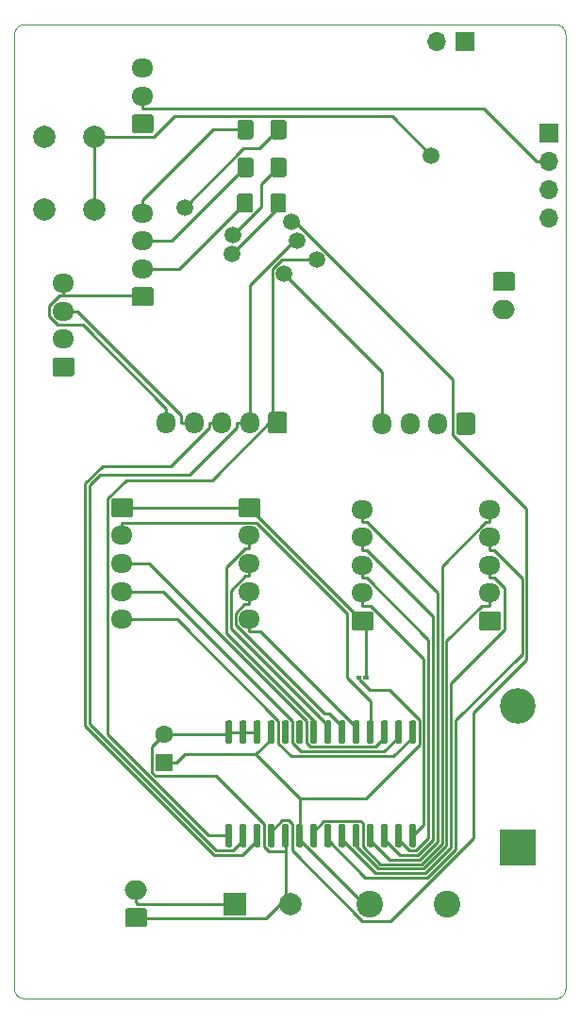
<source format=gbr>
G04 #@! TF.GenerationSoftware,KiCad,Pcbnew,(5.1.5)-3*
G04 #@! TF.CreationDate,2020-08-20T14:44:53-04:00*
G04 #@! TF.ProjectId,Ebike Board,4562696b-6520-4426-9f61-72642e6b6963,rev?*
G04 #@! TF.SameCoordinates,Original*
G04 #@! TF.FileFunction,Copper,L2,Bot*
G04 #@! TF.FilePolarity,Positive*
%FSLAX46Y46*%
G04 Gerber Fmt 4.6, Leading zero omitted, Abs format (unit mm)*
G04 Created by KiCad (PCBNEW (5.1.5)-3) date 2020-08-20 14:44:53*
%MOMM*%
%LPD*%
G04 APERTURE LIST*
%ADD10C,0.120000*%
%ADD11C,0.050000*%
%ADD12O,1.950000X1.700000*%
%ADD13C,0.100000*%
%ADD14C,2.400000*%
%ADD15O,1.700000X1.950000*%
%ADD16C,2.000000*%
%ADD17O,2.000000X1.700000*%
%ADD18O,1.700000X1.700000*%
%ADD19R,1.700000X1.700000*%
%ADD20O,3.200000X3.200000*%
%ADD21R,3.200000X3.200000*%
%ADD22R,2.000000X2.000000*%
%ADD23C,1.600000*%
%ADD24R,1.600000X1.600000*%
%ADD25C,1.500000*%
%ADD26C,0.250000*%
G04 APERTURE END LIST*
D10*
X111900000Y-157100000D02*
G75*
G02X111000000Y-156200000I0J900000D01*
G01*
X111000000Y-70600000D02*
G75*
G02X111900000Y-69700000I900000J0D01*
G01*
X159600000Y-69700000D02*
G75*
G02X160500000Y-70600000I0J-900000D01*
G01*
X160500000Y-156200000D02*
G75*
G02X159600000Y-157100000I-900000J0D01*
G01*
D11*
X111000000Y-156200000D02*
X111000000Y-70600000D01*
X159600000Y-157100000D02*
X111900000Y-157100000D01*
X160500000Y-70600000D02*
X160500000Y-156200000D01*
X111900000Y-69700000D02*
X159600000Y-69700000D01*
D12*
X115400000Y-92900000D03*
X115400000Y-95400000D03*
X115400000Y-97900000D03*
G04 #@! TA.AperFunction,ComponentPad*
D13*
G36*
X116149504Y-99551204D02*
G01*
X116173773Y-99554804D01*
X116197571Y-99560765D01*
X116220671Y-99569030D01*
X116242849Y-99579520D01*
X116263893Y-99592133D01*
X116283598Y-99606747D01*
X116301777Y-99623223D01*
X116318253Y-99641402D01*
X116332867Y-99661107D01*
X116345480Y-99682151D01*
X116355970Y-99704329D01*
X116364235Y-99727429D01*
X116370196Y-99751227D01*
X116373796Y-99775496D01*
X116375000Y-99800000D01*
X116375000Y-101000000D01*
X116373796Y-101024504D01*
X116370196Y-101048773D01*
X116364235Y-101072571D01*
X116355970Y-101095671D01*
X116345480Y-101117849D01*
X116332867Y-101138893D01*
X116318253Y-101158598D01*
X116301777Y-101176777D01*
X116283598Y-101193253D01*
X116263893Y-101207867D01*
X116242849Y-101220480D01*
X116220671Y-101230970D01*
X116197571Y-101239235D01*
X116173773Y-101245196D01*
X116149504Y-101248796D01*
X116125000Y-101250000D01*
X114675000Y-101250000D01*
X114650496Y-101248796D01*
X114626227Y-101245196D01*
X114602429Y-101239235D01*
X114579329Y-101230970D01*
X114557151Y-101220480D01*
X114536107Y-101207867D01*
X114516402Y-101193253D01*
X114498223Y-101176777D01*
X114481747Y-101158598D01*
X114467133Y-101138893D01*
X114454520Y-101117849D01*
X114444030Y-101095671D01*
X114435765Y-101072571D01*
X114429804Y-101048773D01*
X114426204Y-101024504D01*
X114425000Y-101000000D01*
X114425000Y-99800000D01*
X114426204Y-99775496D01*
X114429804Y-99751227D01*
X114435765Y-99727429D01*
X114444030Y-99704329D01*
X114454520Y-99682151D01*
X114467133Y-99661107D01*
X114481747Y-99641402D01*
X114498223Y-99623223D01*
X114516402Y-99606747D01*
X114536107Y-99592133D01*
X114557151Y-99579520D01*
X114579329Y-99569030D01*
X114602429Y-99560765D01*
X114626227Y-99554804D01*
X114650496Y-99551204D01*
X114675000Y-99550000D01*
X116125000Y-99550000D01*
X116149504Y-99551204D01*
G37*
G04 #@! TD.AperFunction*
D14*
X142860000Y-148590000D03*
X149860000Y-148590000D03*
G04 #@! TA.AperFunction,ComponentPad*
D13*
G36*
X132829504Y-112181204D02*
G01*
X132853773Y-112184804D01*
X132877571Y-112190765D01*
X132900671Y-112199030D01*
X132922849Y-112209520D01*
X132943893Y-112222133D01*
X132963598Y-112236747D01*
X132981777Y-112253223D01*
X132998253Y-112271402D01*
X133012867Y-112291107D01*
X133025480Y-112312151D01*
X133035970Y-112334329D01*
X133044235Y-112357429D01*
X133050196Y-112381227D01*
X133053796Y-112405496D01*
X133055000Y-112430000D01*
X133055000Y-113630000D01*
X133053796Y-113654504D01*
X133050196Y-113678773D01*
X133044235Y-113702571D01*
X133035970Y-113725671D01*
X133025480Y-113747849D01*
X133012867Y-113768893D01*
X132998253Y-113788598D01*
X132981777Y-113806777D01*
X132963598Y-113823253D01*
X132943893Y-113837867D01*
X132922849Y-113850480D01*
X132900671Y-113860970D01*
X132877571Y-113869235D01*
X132853773Y-113875196D01*
X132829504Y-113878796D01*
X132805000Y-113880000D01*
X131355000Y-113880000D01*
X131330496Y-113878796D01*
X131306227Y-113875196D01*
X131282429Y-113869235D01*
X131259329Y-113860970D01*
X131237151Y-113850480D01*
X131216107Y-113837867D01*
X131196402Y-113823253D01*
X131178223Y-113806777D01*
X131161747Y-113788598D01*
X131147133Y-113768893D01*
X131134520Y-113747849D01*
X131124030Y-113725671D01*
X131115765Y-113702571D01*
X131109804Y-113678773D01*
X131106204Y-113654504D01*
X131105000Y-113630000D01*
X131105000Y-112430000D01*
X131106204Y-112405496D01*
X131109804Y-112381227D01*
X131115765Y-112357429D01*
X131124030Y-112334329D01*
X131134520Y-112312151D01*
X131147133Y-112291107D01*
X131161747Y-112271402D01*
X131178223Y-112253223D01*
X131196402Y-112236747D01*
X131216107Y-112222133D01*
X131237151Y-112209520D01*
X131259329Y-112199030D01*
X131282429Y-112190765D01*
X131306227Y-112184804D01*
X131330496Y-112181204D01*
X131355000Y-112180000D01*
X132805000Y-112180000D01*
X132829504Y-112181204D01*
G37*
G04 #@! TD.AperFunction*
D12*
X132080000Y-115530000D03*
X132080000Y-118030000D03*
X132080000Y-120530000D03*
X132080000Y-123030000D03*
G04 #@! TA.AperFunction,SMDPad,CuDef*
D13*
G36*
X132211504Y-81626204D02*
G01*
X132235773Y-81629804D01*
X132259571Y-81635765D01*
X132282671Y-81644030D01*
X132304849Y-81654520D01*
X132325893Y-81667133D01*
X132345598Y-81681747D01*
X132363777Y-81698223D01*
X132380253Y-81716402D01*
X132394867Y-81736107D01*
X132407480Y-81757151D01*
X132417970Y-81779329D01*
X132426235Y-81802429D01*
X132432196Y-81826227D01*
X132435796Y-81850496D01*
X132437000Y-81875000D01*
X132437000Y-83125000D01*
X132435796Y-83149504D01*
X132432196Y-83173773D01*
X132426235Y-83197571D01*
X132417970Y-83220671D01*
X132407480Y-83242849D01*
X132394867Y-83263893D01*
X132380253Y-83283598D01*
X132363777Y-83301777D01*
X132345598Y-83318253D01*
X132325893Y-83332867D01*
X132304849Y-83345480D01*
X132282671Y-83355970D01*
X132259571Y-83364235D01*
X132235773Y-83370196D01*
X132211504Y-83373796D01*
X132187000Y-83375000D01*
X131262000Y-83375000D01*
X131237496Y-83373796D01*
X131213227Y-83370196D01*
X131189429Y-83364235D01*
X131166329Y-83355970D01*
X131144151Y-83345480D01*
X131123107Y-83332867D01*
X131103402Y-83318253D01*
X131085223Y-83301777D01*
X131068747Y-83283598D01*
X131054133Y-83263893D01*
X131041520Y-83242849D01*
X131031030Y-83220671D01*
X131022765Y-83197571D01*
X131016804Y-83173773D01*
X131013204Y-83149504D01*
X131012000Y-83125000D01*
X131012000Y-81875000D01*
X131013204Y-81850496D01*
X131016804Y-81826227D01*
X131022765Y-81802429D01*
X131031030Y-81779329D01*
X131041520Y-81757151D01*
X131054133Y-81736107D01*
X131068747Y-81716402D01*
X131085223Y-81698223D01*
X131103402Y-81681747D01*
X131123107Y-81667133D01*
X131144151Y-81654520D01*
X131166329Y-81644030D01*
X131189429Y-81635765D01*
X131213227Y-81629804D01*
X131237496Y-81626204D01*
X131262000Y-81625000D01*
X132187000Y-81625000D01*
X132211504Y-81626204D01*
G37*
G04 #@! TD.AperFunction*
G04 #@! TA.AperFunction,SMDPad,CuDef*
G36*
X135186504Y-81626204D02*
G01*
X135210773Y-81629804D01*
X135234571Y-81635765D01*
X135257671Y-81644030D01*
X135279849Y-81654520D01*
X135300893Y-81667133D01*
X135320598Y-81681747D01*
X135338777Y-81698223D01*
X135355253Y-81716402D01*
X135369867Y-81736107D01*
X135382480Y-81757151D01*
X135392970Y-81779329D01*
X135401235Y-81802429D01*
X135407196Y-81826227D01*
X135410796Y-81850496D01*
X135412000Y-81875000D01*
X135412000Y-83125000D01*
X135410796Y-83149504D01*
X135407196Y-83173773D01*
X135401235Y-83197571D01*
X135392970Y-83220671D01*
X135382480Y-83242849D01*
X135369867Y-83263893D01*
X135355253Y-83283598D01*
X135338777Y-83301777D01*
X135320598Y-83318253D01*
X135300893Y-83332867D01*
X135279849Y-83345480D01*
X135257671Y-83355970D01*
X135234571Y-83364235D01*
X135210773Y-83370196D01*
X135186504Y-83373796D01*
X135162000Y-83375000D01*
X134237000Y-83375000D01*
X134212496Y-83373796D01*
X134188227Y-83370196D01*
X134164429Y-83364235D01*
X134141329Y-83355970D01*
X134119151Y-83345480D01*
X134098107Y-83332867D01*
X134078402Y-83318253D01*
X134060223Y-83301777D01*
X134043747Y-83283598D01*
X134029133Y-83263893D01*
X134016520Y-83242849D01*
X134006030Y-83220671D01*
X133997765Y-83197571D01*
X133991804Y-83173773D01*
X133988204Y-83149504D01*
X133987000Y-83125000D01*
X133987000Y-81875000D01*
X133988204Y-81850496D01*
X133991804Y-81826227D01*
X133997765Y-81802429D01*
X134006030Y-81779329D01*
X134016520Y-81757151D01*
X134029133Y-81736107D01*
X134043747Y-81716402D01*
X134060223Y-81698223D01*
X134078402Y-81681747D01*
X134098107Y-81667133D01*
X134119151Y-81654520D01*
X134141329Y-81644030D01*
X134164429Y-81635765D01*
X134188227Y-81629804D01*
X134212496Y-81626204D01*
X134237000Y-81625000D01*
X135162000Y-81625000D01*
X135186504Y-81626204D01*
G37*
G04 #@! TD.AperFunction*
G04 #@! TA.AperFunction,ComponentPad*
G36*
X154419504Y-122341204D02*
G01*
X154443773Y-122344804D01*
X154467571Y-122350765D01*
X154490671Y-122359030D01*
X154512849Y-122369520D01*
X154533893Y-122382133D01*
X154553598Y-122396747D01*
X154571777Y-122413223D01*
X154588253Y-122431402D01*
X154602867Y-122451107D01*
X154615480Y-122472151D01*
X154625970Y-122494329D01*
X154634235Y-122517429D01*
X154640196Y-122541227D01*
X154643796Y-122565496D01*
X154645000Y-122590000D01*
X154645000Y-123790000D01*
X154643796Y-123814504D01*
X154640196Y-123838773D01*
X154634235Y-123862571D01*
X154625970Y-123885671D01*
X154615480Y-123907849D01*
X154602867Y-123928893D01*
X154588253Y-123948598D01*
X154571777Y-123966777D01*
X154553598Y-123983253D01*
X154533893Y-123997867D01*
X154512849Y-124010480D01*
X154490671Y-124020970D01*
X154467571Y-124029235D01*
X154443773Y-124035196D01*
X154419504Y-124038796D01*
X154395000Y-124040000D01*
X152945000Y-124040000D01*
X152920496Y-124038796D01*
X152896227Y-124035196D01*
X152872429Y-124029235D01*
X152849329Y-124020970D01*
X152827151Y-124010480D01*
X152806107Y-123997867D01*
X152786402Y-123983253D01*
X152768223Y-123966777D01*
X152751747Y-123948598D01*
X152737133Y-123928893D01*
X152724520Y-123907849D01*
X152714030Y-123885671D01*
X152705765Y-123862571D01*
X152699804Y-123838773D01*
X152696204Y-123814504D01*
X152695000Y-123790000D01*
X152695000Y-122590000D01*
X152696204Y-122565496D01*
X152699804Y-122541227D01*
X152705765Y-122517429D01*
X152714030Y-122494329D01*
X152724520Y-122472151D01*
X152737133Y-122451107D01*
X152751747Y-122431402D01*
X152768223Y-122413223D01*
X152786402Y-122396747D01*
X152806107Y-122382133D01*
X152827151Y-122369520D01*
X152849329Y-122359030D01*
X152872429Y-122350765D01*
X152896227Y-122344804D01*
X152920496Y-122341204D01*
X152945000Y-122340000D01*
X154395000Y-122340000D01*
X154419504Y-122341204D01*
G37*
G04 #@! TD.AperFunction*
D12*
X153670000Y-120690000D03*
X153670000Y-118190000D03*
X153670000Y-115690000D03*
X153670000Y-113190000D03*
G04 #@! TA.AperFunction,ComponentPad*
D13*
G36*
X142989504Y-122341204D02*
G01*
X143013773Y-122344804D01*
X143037571Y-122350765D01*
X143060671Y-122359030D01*
X143082849Y-122369520D01*
X143103893Y-122382133D01*
X143123598Y-122396747D01*
X143141777Y-122413223D01*
X143158253Y-122431402D01*
X143172867Y-122451107D01*
X143185480Y-122472151D01*
X143195970Y-122494329D01*
X143204235Y-122517429D01*
X143210196Y-122541227D01*
X143213796Y-122565496D01*
X143215000Y-122590000D01*
X143215000Y-123790000D01*
X143213796Y-123814504D01*
X143210196Y-123838773D01*
X143204235Y-123862571D01*
X143195970Y-123885671D01*
X143185480Y-123907849D01*
X143172867Y-123928893D01*
X143158253Y-123948598D01*
X143141777Y-123966777D01*
X143123598Y-123983253D01*
X143103893Y-123997867D01*
X143082849Y-124010480D01*
X143060671Y-124020970D01*
X143037571Y-124029235D01*
X143013773Y-124035196D01*
X142989504Y-124038796D01*
X142965000Y-124040000D01*
X141515000Y-124040000D01*
X141490496Y-124038796D01*
X141466227Y-124035196D01*
X141442429Y-124029235D01*
X141419329Y-124020970D01*
X141397151Y-124010480D01*
X141376107Y-123997867D01*
X141356402Y-123983253D01*
X141338223Y-123966777D01*
X141321747Y-123948598D01*
X141307133Y-123928893D01*
X141294520Y-123907849D01*
X141284030Y-123885671D01*
X141275765Y-123862571D01*
X141269804Y-123838773D01*
X141266204Y-123814504D01*
X141265000Y-123790000D01*
X141265000Y-122590000D01*
X141266204Y-122565496D01*
X141269804Y-122541227D01*
X141275765Y-122517429D01*
X141284030Y-122494329D01*
X141294520Y-122472151D01*
X141307133Y-122451107D01*
X141321747Y-122431402D01*
X141338223Y-122413223D01*
X141356402Y-122396747D01*
X141376107Y-122382133D01*
X141397151Y-122369520D01*
X141419329Y-122359030D01*
X141442429Y-122350765D01*
X141466227Y-122344804D01*
X141490496Y-122341204D01*
X141515000Y-122340000D01*
X142965000Y-122340000D01*
X142989504Y-122341204D01*
G37*
G04 #@! TD.AperFunction*
D12*
X142240000Y-120690000D03*
X142240000Y-118190000D03*
X142240000Y-115690000D03*
X142240000Y-113190000D03*
G04 #@! TA.AperFunction,ComponentPad*
D13*
G36*
X152114504Y-104526204D02*
G01*
X152138773Y-104529804D01*
X152162571Y-104535765D01*
X152185671Y-104544030D01*
X152207849Y-104554520D01*
X152228893Y-104567133D01*
X152248598Y-104581747D01*
X152266777Y-104598223D01*
X152283253Y-104616402D01*
X152297867Y-104636107D01*
X152310480Y-104657151D01*
X152320970Y-104679329D01*
X152329235Y-104702429D01*
X152335196Y-104726227D01*
X152338796Y-104750496D01*
X152340000Y-104775000D01*
X152340000Y-106225000D01*
X152338796Y-106249504D01*
X152335196Y-106273773D01*
X152329235Y-106297571D01*
X152320970Y-106320671D01*
X152310480Y-106342849D01*
X152297867Y-106363893D01*
X152283253Y-106383598D01*
X152266777Y-106401777D01*
X152248598Y-106418253D01*
X152228893Y-106432867D01*
X152207849Y-106445480D01*
X152185671Y-106455970D01*
X152162571Y-106464235D01*
X152138773Y-106470196D01*
X152114504Y-106473796D01*
X152090000Y-106475000D01*
X150890000Y-106475000D01*
X150865496Y-106473796D01*
X150841227Y-106470196D01*
X150817429Y-106464235D01*
X150794329Y-106455970D01*
X150772151Y-106445480D01*
X150751107Y-106432867D01*
X150731402Y-106418253D01*
X150713223Y-106401777D01*
X150696747Y-106383598D01*
X150682133Y-106363893D01*
X150669520Y-106342849D01*
X150659030Y-106320671D01*
X150650765Y-106297571D01*
X150644804Y-106273773D01*
X150641204Y-106249504D01*
X150640000Y-106225000D01*
X150640000Y-104775000D01*
X150641204Y-104750496D01*
X150644804Y-104726227D01*
X150650765Y-104702429D01*
X150659030Y-104679329D01*
X150669520Y-104657151D01*
X150682133Y-104636107D01*
X150696747Y-104616402D01*
X150713223Y-104598223D01*
X150731402Y-104581747D01*
X150751107Y-104567133D01*
X150772151Y-104554520D01*
X150794329Y-104544030D01*
X150817429Y-104535765D01*
X150841227Y-104529804D01*
X150865496Y-104526204D01*
X150890000Y-104525000D01*
X152090000Y-104525000D01*
X152114504Y-104526204D01*
G37*
G04 #@! TD.AperFunction*
D15*
X148990000Y-105500000D03*
X146490000Y-105500000D03*
X143990000Y-105500000D03*
G04 #@! TA.AperFunction,ComponentPad*
D13*
G36*
X123249504Y-77751204D02*
G01*
X123273773Y-77754804D01*
X123297571Y-77760765D01*
X123320671Y-77769030D01*
X123342849Y-77779520D01*
X123363893Y-77792133D01*
X123383598Y-77806747D01*
X123401777Y-77823223D01*
X123418253Y-77841402D01*
X123432867Y-77861107D01*
X123445480Y-77882151D01*
X123455970Y-77904329D01*
X123464235Y-77927429D01*
X123470196Y-77951227D01*
X123473796Y-77975496D01*
X123475000Y-78000000D01*
X123475000Y-79200000D01*
X123473796Y-79224504D01*
X123470196Y-79248773D01*
X123464235Y-79272571D01*
X123455970Y-79295671D01*
X123445480Y-79317849D01*
X123432867Y-79338893D01*
X123418253Y-79358598D01*
X123401777Y-79376777D01*
X123383598Y-79393253D01*
X123363893Y-79407867D01*
X123342849Y-79420480D01*
X123320671Y-79430970D01*
X123297571Y-79439235D01*
X123273773Y-79445196D01*
X123249504Y-79448796D01*
X123225000Y-79450000D01*
X121775000Y-79450000D01*
X121750496Y-79448796D01*
X121726227Y-79445196D01*
X121702429Y-79439235D01*
X121679329Y-79430970D01*
X121657151Y-79420480D01*
X121636107Y-79407867D01*
X121616402Y-79393253D01*
X121598223Y-79376777D01*
X121581747Y-79358598D01*
X121567133Y-79338893D01*
X121554520Y-79317849D01*
X121544030Y-79295671D01*
X121535765Y-79272571D01*
X121529804Y-79248773D01*
X121526204Y-79224504D01*
X121525000Y-79200000D01*
X121525000Y-78000000D01*
X121526204Y-77975496D01*
X121529804Y-77951227D01*
X121535765Y-77927429D01*
X121544030Y-77904329D01*
X121554520Y-77882151D01*
X121567133Y-77861107D01*
X121581747Y-77841402D01*
X121598223Y-77823223D01*
X121616402Y-77806747D01*
X121636107Y-77792133D01*
X121657151Y-77779520D01*
X121679329Y-77769030D01*
X121702429Y-77760765D01*
X121726227Y-77754804D01*
X121750496Y-77751204D01*
X121775000Y-77750000D01*
X123225000Y-77750000D01*
X123249504Y-77751204D01*
G37*
G04 #@! TD.AperFunction*
D12*
X122500000Y-76100000D03*
X122500000Y-73600000D03*
D16*
X113700000Y-79800000D03*
X118200000Y-79800000D03*
X113700000Y-86300000D03*
X118200000Y-86300000D03*
G04 #@! TA.AperFunction,SMDPad,CuDef*
D13*
G36*
X146919703Y-132125722D02*
G01*
X146934264Y-132127882D01*
X146948543Y-132131459D01*
X146962403Y-132136418D01*
X146975710Y-132142712D01*
X146988336Y-132150280D01*
X147000159Y-132159048D01*
X147011066Y-132168934D01*
X147020952Y-132179841D01*
X147029720Y-132191664D01*
X147037288Y-132204290D01*
X147043582Y-132217597D01*
X147048541Y-132231457D01*
X147052118Y-132245736D01*
X147054278Y-132260297D01*
X147055000Y-132275000D01*
X147055000Y-134025000D01*
X147054278Y-134039703D01*
X147052118Y-134054264D01*
X147048541Y-134068543D01*
X147043582Y-134082403D01*
X147037288Y-134095710D01*
X147029720Y-134108336D01*
X147020952Y-134120159D01*
X147011066Y-134131066D01*
X147000159Y-134140952D01*
X146988336Y-134149720D01*
X146975710Y-134157288D01*
X146962403Y-134163582D01*
X146948543Y-134168541D01*
X146934264Y-134172118D01*
X146919703Y-134174278D01*
X146905000Y-134175000D01*
X146605000Y-134175000D01*
X146590297Y-134174278D01*
X146575736Y-134172118D01*
X146561457Y-134168541D01*
X146547597Y-134163582D01*
X146534290Y-134157288D01*
X146521664Y-134149720D01*
X146509841Y-134140952D01*
X146498934Y-134131066D01*
X146489048Y-134120159D01*
X146480280Y-134108336D01*
X146472712Y-134095710D01*
X146466418Y-134082403D01*
X146461459Y-134068543D01*
X146457882Y-134054264D01*
X146455722Y-134039703D01*
X146455000Y-134025000D01*
X146455000Y-132275000D01*
X146455722Y-132260297D01*
X146457882Y-132245736D01*
X146461459Y-132231457D01*
X146466418Y-132217597D01*
X146472712Y-132204290D01*
X146480280Y-132191664D01*
X146489048Y-132179841D01*
X146498934Y-132168934D01*
X146509841Y-132159048D01*
X146521664Y-132150280D01*
X146534290Y-132142712D01*
X146547597Y-132136418D01*
X146561457Y-132131459D01*
X146575736Y-132127882D01*
X146590297Y-132125722D01*
X146605000Y-132125000D01*
X146905000Y-132125000D01*
X146919703Y-132125722D01*
G37*
G04 #@! TD.AperFunction*
G04 #@! TA.AperFunction,SMDPad,CuDef*
G36*
X145649703Y-132125722D02*
G01*
X145664264Y-132127882D01*
X145678543Y-132131459D01*
X145692403Y-132136418D01*
X145705710Y-132142712D01*
X145718336Y-132150280D01*
X145730159Y-132159048D01*
X145741066Y-132168934D01*
X145750952Y-132179841D01*
X145759720Y-132191664D01*
X145767288Y-132204290D01*
X145773582Y-132217597D01*
X145778541Y-132231457D01*
X145782118Y-132245736D01*
X145784278Y-132260297D01*
X145785000Y-132275000D01*
X145785000Y-134025000D01*
X145784278Y-134039703D01*
X145782118Y-134054264D01*
X145778541Y-134068543D01*
X145773582Y-134082403D01*
X145767288Y-134095710D01*
X145759720Y-134108336D01*
X145750952Y-134120159D01*
X145741066Y-134131066D01*
X145730159Y-134140952D01*
X145718336Y-134149720D01*
X145705710Y-134157288D01*
X145692403Y-134163582D01*
X145678543Y-134168541D01*
X145664264Y-134172118D01*
X145649703Y-134174278D01*
X145635000Y-134175000D01*
X145335000Y-134175000D01*
X145320297Y-134174278D01*
X145305736Y-134172118D01*
X145291457Y-134168541D01*
X145277597Y-134163582D01*
X145264290Y-134157288D01*
X145251664Y-134149720D01*
X145239841Y-134140952D01*
X145228934Y-134131066D01*
X145219048Y-134120159D01*
X145210280Y-134108336D01*
X145202712Y-134095710D01*
X145196418Y-134082403D01*
X145191459Y-134068543D01*
X145187882Y-134054264D01*
X145185722Y-134039703D01*
X145185000Y-134025000D01*
X145185000Y-132275000D01*
X145185722Y-132260297D01*
X145187882Y-132245736D01*
X145191459Y-132231457D01*
X145196418Y-132217597D01*
X145202712Y-132204290D01*
X145210280Y-132191664D01*
X145219048Y-132179841D01*
X145228934Y-132168934D01*
X145239841Y-132159048D01*
X145251664Y-132150280D01*
X145264290Y-132142712D01*
X145277597Y-132136418D01*
X145291457Y-132131459D01*
X145305736Y-132127882D01*
X145320297Y-132125722D01*
X145335000Y-132125000D01*
X145635000Y-132125000D01*
X145649703Y-132125722D01*
G37*
G04 #@! TD.AperFunction*
G04 #@! TA.AperFunction,SMDPad,CuDef*
G36*
X144379703Y-132125722D02*
G01*
X144394264Y-132127882D01*
X144408543Y-132131459D01*
X144422403Y-132136418D01*
X144435710Y-132142712D01*
X144448336Y-132150280D01*
X144460159Y-132159048D01*
X144471066Y-132168934D01*
X144480952Y-132179841D01*
X144489720Y-132191664D01*
X144497288Y-132204290D01*
X144503582Y-132217597D01*
X144508541Y-132231457D01*
X144512118Y-132245736D01*
X144514278Y-132260297D01*
X144515000Y-132275000D01*
X144515000Y-134025000D01*
X144514278Y-134039703D01*
X144512118Y-134054264D01*
X144508541Y-134068543D01*
X144503582Y-134082403D01*
X144497288Y-134095710D01*
X144489720Y-134108336D01*
X144480952Y-134120159D01*
X144471066Y-134131066D01*
X144460159Y-134140952D01*
X144448336Y-134149720D01*
X144435710Y-134157288D01*
X144422403Y-134163582D01*
X144408543Y-134168541D01*
X144394264Y-134172118D01*
X144379703Y-134174278D01*
X144365000Y-134175000D01*
X144065000Y-134175000D01*
X144050297Y-134174278D01*
X144035736Y-134172118D01*
X144021457Y-134168541D01*
X144007597Y-134163582D01*
X143994290Y-134157288D01*
X143981664Y-134149720D01*
X143969841Y-134140952D01*
X143958934Y-134131066D01*
X143949048Y-134120159D01*
X143940280Y-134108336D01*
X143932712Y-134095710D01*
X143926418Y-134082403D01*
X143921459Y-134068543D01*
X143917882Y-134054264D01*
X143915722Y-134039703D01*
X143915000Y-134025000D01*
X143915000Y-132275000D01*
X143915722Y-132260297D01*
X143917882Y-132245736D01*
X143921459Y-132231457D01*
X143926418Y-132217597D01*
X143932712Y-132204290D01*
X143940280Y-132191664D01*
X143949048Y-132179841D01*
X143958934Y-132168934D01*
X143969841Y-132159048D01*
X143981664Y-132150280D01*
X143994290Y-132142712D01*
X144007597Y-132136418D01*
X144021457Y-132131459D01*
X144035736Y-132127882D01*
X144050297Y-132125722D01*
X144065000Y-132125000D01*
X144365000Y-132125000D01*
X144379703Y-132125722D01*
G37*
G04 #@! TD.AperFunction*
G04 #@! TA.AperFunction,SMDPad,CuDef*
G36*
X143109703Y-132125722D02*
G01*
X143124264Y-132127882D01*
X143138543Y-132131459D01*
X143152403Y-132136418D01*
X143165710Y-132142712D01*
X143178336Y-132150280D01*
X143190159Y-132159048D01*
X143201066Y-132168934D01*
X143210952Y-132179841D01*
X143219720Y-132191664D01*
X143227288Y-132204290D01*
X143233582Y-132217597D01*
X143238541Y-132231457D01*
X143242118Y-132245736D01*
X143244278Y-132260297D01*
X143245000Y-132275000D01*
X143245000Y-134025000D01*
X143244278Y-134039703D01*
X143242118Y-134054264D01*
X143238541Y-134068543D01*
X143233582Y-134082403D01*
X143227288Y-134095710D01*
X143219720Y-134108336D01*
X143210952Y-134120159D01*
X143201066Y-134131066D01*
X143190159Y-134140952D01*
X143178336Y-134149720D01*
X143165710Y-134157288D01*
X143152403Y-134163582D01*
X143138543Y-134168541D01*
X143124264Y-134172118D01*
X143109703Y-134174278D01*
X143095000Y-134175000D01*
X142795000Y-134175000D01*
X142780297Y-134174278D01*
X142765736Y-134172118D01*
X142751457Y-134168541D01*
X142737597Y-134163582D01*
X142724290Y-134157288D01*
X142711664Y-134149720D01*
X142699841Y-134140952D01*
X142688934Y-134131066D01*
X142679048Y-134120159D01*
X142670280Y-134108336D01*
X142662712Y-134095710D01*
X142656418Y-134082403D01*
X142651459Y-134068543D01*
X142647882Y-134054264D01*
X142645722Y-134039703D01*
X142645000Y-134025000D01*
X142645000Y-132275000D01*
X142645722Y-132260297D01*
X142647882Y-132245736D01*
X142651459Y-132231457D01*
X142656418Y-132217597D01*
X142662712Y-132204290D01*
X142670280Y-132191664D01*
X142679048Y-132179841D01*
X142688934Y-132168934D01*
X142699841Y-132159048D01*
X142711664Y-132150280D01*
X142724290Y-132142712D01*
X142737597Y-132136418D01*
X142751457Y-132131459D01*
X142765736Y-132127882D01*
X142780297Y-132125722D01*
X142795000Y-132125000D01*
X143095000Y-132125000D01*
X143109703Y-132125722D01*
G37*
G04 #@! TD.AperFunction*
G04 #@! TA.AperFunction,SMDPad,CuDef*
G36*
X141839703Y-132125722D02*
G01*
X141854264Y-132127882D01*
X141868543Y-132131459D01*
X141882403Y-132136418D01*
X141895710Y-132142712D01*
X141908336Y-132150280D01*
X141920159Y-132159048D01*
X141931066Y-132168934D01*
X141940952Y-132179841D01*
X141949720Y-132191664D01*
X141957288Y-132204290D01*
X141963582Y-132217597D01*
X141968541Y-132231457D01*
X141972118Y-132245736D01*
X141974278Y-132260297D01*
X141975000Y-132275000D01*
X141975000Y-134025000D01*
X141974278Y-134039703D01*
X141972118Y-134054264D01*
X141968541Y-134068543D01*
X141963582Y-134082403D01*
X141957288Y-134095710D01*
X141949720Y-134108336D01*
X141940952Y-134120159D01*
X141931066Y-134131066D01*
X141920159Y-134140952D01*
X141908336Y-134149720D01*
X141895710Y-134157288D01*
X141882403Y-134163582D01*
X141868543Y-134168541D01*
X141854264Y-134172118D01*
X141839703Y-134174278D01*
X141825000Y-134175000D01*
X141525000Y-134175000D01*
X141510297Y-134174278D01*
X141495736Y-134172118D01*
X141481457Y-134168541D01*
X141467597Y-134163582D01*
X141454290Y-134157288D01*
X141441664Y-134149720D01*
X141429841Y-134140952D01*
X141418934Y-134131066D01*
X141409048Y-134120159D01*
X141400280Y-134108336D01*
X141392712Y-134095710D01*
X141386418Y-134082403D01*
X141381459Y-134068543D01*
X141377882Y-134054264D01*
X141375722Y-134039703D01*
X141375000Y-134025000D01*
X141375000Y-132275000D01*
X141375722Y-132260297D01*
X141377882Y-132245736D01*
X141381459Y-132231457D01*
X141386418Y-132217597D01*
X141392712Y-132204290D01*
X141400280Y-132191664D01*
X141409048Y-132179841D01*
X141418934Y-132168934D01*
X141429841Y-132159048D01*
X141441664Y-132150280D01*
X141454290Y-132142712D01*
X141467597Y-132136418D01*
X141481457Y-132131459D01*
X141495736Y-132127882D01*
X141510297Y-132125722D01*
X141525000Y-132125000D01*
X141825000Y-132125000D01*
X141839703Y-132125722D01*
G37*
G04 #@! TD.AperFunction*
G04 #@! TA.AperFunction,SMDPad,CuDef*
G36*
X140569703Y-132125722D02*
G01*
X140584264Y-132127882D01*
X140598543Y-132131459D01*
X140612403Y-132136418D01*
X140625710Y-132142712D01*
X140638336Y-132150280D01*
X140650159Y-132159048D01*
X140661066Y-132168934D01*
X140670952Y-132179841D01*
X140679720Y-132191664D01*
X140687288Y-132204290D01*
X140693582Y-132217597D01*
X140698541Y-132231457D01*
X140702118Y-132245736D01*
X140704278Y-132260297D01*
X140705000Y-132275000D01*
X140705000Y-134025000D01*
X140704278Y-134039703D01*
X140702118Y-134054264D01*
X140698541Y-134068543D01*
X140693582Y-134082403D01*
X140687288Y-134095710D01*
X140679720Y-134108336D01*
X140670952Y-134120159D01*
X140661066Y-134131066D01*
X140650159Y-134140952D01*
X140638336Y-134149720D01*
X140625710Y-134157288D01*
X140612403Y-134163582D01*
X140598543Y-134168541D01*
X140584264Y-134172118D01*
X140569703Y-134174278D01*
X140555000Y-134175000D01*
X140255000Y-134175000D01*
X140240297Y-134174278D01*
X140225736Y-134172118D01*
X140211457Y-134168541D01*
X140197597Y-134163582D01*
X140184290Y-134157288D01*
X140171664Y-134149720D01*
X140159841Y-134140952D01*
X140148934Y-134131066D01*
X140139048Y-134120159D01*
X140130280Y-134108336D01*
X140122712Y-134095710D01*
X140116418Y-134082403D01*
X140111459Y-134068543D01*
X140107882Y-134054264D01*
X140105722Y-134039703D01*
X140105000Y-134025000D01*
X140105000Y-132275000D01*
X140105722Y-132260297D01*
X140107882Y-132245736D01*
X140111459Y-132231457D01*
X140116418Y-132217597D01*
X140122712Y-132204290D01*
X140130280Y-132191664D01*
X140139048Y-132179841D01*
X140148934Y-132168934D01*
X140159841Y-132159048D01*
X140171664Y-132150280D01*
X140184290Y-132142712D01*
X140197597Y-132136418D01*
X140211457Y-132131459D01*
X140225736Y-132127882D01*
X140240297Y-132125722D01*
X140255000Y-132125000D01*
X140555000Y-132125000D01*
X140569703Y-132125722D01*
G37*
G04 #@! TD.AperFunction*
G04 #@! TA.AperFunction,SMDPad,CuDef*
G36*
X139299703Y-132125722D02*
G01*
X139314264Y-132127882D01*
X139328543Y-132131459D01*
X139342403Y-132136418D01*
X139355710Y-132142712D01*
X139368336Y-132150280D01*
X139380159Y-132159048D01*
X139391066Y-132168934D01*
X139400952Y-132179841D01*
X139409720Y-132191664D01*
X139417288Y-132204290D01*
X139423582Y-132217597D01*
X139428541Y-132231457D01*
X139432118Y-132245736D01*
X139434278Y-132260297D01*
X139435000Y-132275000D01*
X139435000Y-134025000D01*
X139434278Y-134039703D01*
X139432118Y-134054264D01*
X139428541Y-134068543D01*
X139423582Y-134082403D01*
X139417288Y-134095710D01*
X139409720Y-134108336D01*
X139400952Y-134120159D01*
X139391066Y-134131066D01*
X139380159Y-134140952D01*
X139368336Y-134149720D01*
X139355710Y-134157288D01*
X139342403Y-134163582D01*
X139328543Y-134168541D01*
X139314264Y-134172118D01*
X139299703Y-134174278D01*
X139285000Y-134175000D01*
X138985000Y-134175000D01*
X138970297Y-134174278D01*
X138955736Y-134172118D01*
X138941457Y-134168541D01*
X138927597Y-134163582D01*
X138914290Y-134157288D01*
X138901664Y-134149720D01*
X138889841Y-134140952D01*
X138878934Y-134131066D01*
X138869048Y-134120159D01*
X138860280Y-134108336D01*
X138852712Y-134095710D01*
X138846418Y-134082403D01*
X138841459Y-134068543D01*
X138837882Y-134054264D01*
X138835722Y-134039703D01*
X138835000Y-134025000D01*
X138835000Y-132275000D01*
X138835722Y-132260297D01*
X138837882Y-132245736D01*
X138841459Y-132231457D01*
X138846418Y-132217597D01*
X138852712Y-132204290D01*
X138860280Y-132191664D01*
X138869048Y-132179841D01*
X138878934Y-132168934D01*
X138889841Y-132159048D01*
X138901664Y-132150280D01*
X138914290Y-132142712D01*
X138927597Y-132136418D01*
X138941457Y-132131459D01*
X138955736Y-132127882D01*
X138970297Y-132125722D01*
X138985000Y-132125000D01*
X139285000Y-132125000D01*
X139299703Y-132125722D01*
G37*
G04 #@! TD.AperFunction*
G04 #@! TA.AperFunction,SMDPad,CuDef*
G36*
X138029703Y-132125722D02*
G01*
X138044264Y-132127882D01*
X138058543Y-132131459D01*
X138072403Y-132136418D01*
X138085710Y-132142712D01*
X138098336Y-132150280D01*
X138110159Y-132159048D01*
X138121066Y-132168934D01*
X138130952Y-132179841D01*
X138139720Y-132191664D01*
X138147288Y-132204290D01*
X138153582Y-132217597D01*
X138158541Y-132231457D01*
X138162118Y-132245736D01*
X138164278Y-132260297D01*
X138165000Y-132275000D01*
X138165000Y-134025000D01*
X138164278Y-134039703D01*
X138162118Y-134054264D01*
X138158541Y-134068543D01*
X138153582Y-134082403D01*
X138147288Y-134095710D01*
X138139720Y-134108336D01*
X138130952Y-134120159D01*
X138121066Y-134131066D01*
X138110159Y-134140952D01*
X138098336Y-134149720D01*
X138085710Y-134157288D01*
X138072403Y-134163582D01*
X138058543Y-134168541D01*
X138044264Y-134172118D01*
X138029703Y-134174278D01*
X138015000Y-134175000D01*
X137715000Y-134175000D01*
X137700297Y-134174278D01*
X137685736Y-134172118D01*
X137671457Y-134168541D01*
X137657597Y-134163582D01*
X137644290Y-134157288D01*
X137631664Y-134149720D01*
X137619841Y-134140952D01*
X137608934Y-134131066D01*
X137599048Y-134120159D01*
X137590280Y-134108336D01*
X137582712Y-134095710D01*
X137576418Y-134082403D01*
X137571459Y-134068543D01*
X137567882Y-134054264D01*
X137565722Y-134039703D01*
X137565000Y-134025000D01*
X137565000Y-132275000D01*
X137565722Y-132260297D01*
X137567882Y-132245736D01*
X137571459Y-132231457D01*
X137576418Y-132217597D01*
X137582712Y-132204290D01*
X137590280Y-132191664D01*
X137599048Y-132179841D01*
X137608934Y-132168934D01*
X137619841Y-132159048D01*
X137631664Y-132150280D01*
X137644290Y-132142712D01*
X137657597Y-132136418D01*
X137671457Y-132131459D01*
X137685736Y-132127882D01*
X137700297Y-132125722D01*
X137715000Y-132125000D01*
X138015000Y-132125000D01*
X138029703Y-132125722D01*
G37*
G04 #@! TD.AperFunction*
G04 #@! TA.AperFunction,SMDPad,CuDef*
G36*
X136759703Y-132125722D02*
G01*
X136774264Y-132127882D01*
X136788543Y-132131459D01*
X136802403Y-132136418D01*
X136815710Y-132142712D01*
X136828336Y-132150280D01*
X136840159Y-132159048D01*
X136851066Y-132168934D01*
X136860952Y-132179841D01*
X136869720Y-132191664D01*
X136877288Y-132204290D01*
X136883582Y-132217597D01*
X136888541Y-132231457D01*
X136892118Y-132245736D01*
X136894278Y-132260297D01*
X136895000Y-132275000D01*
X136895000Y-134025000D01*
X136894278Y-134039703D01*
X136892118Y-134054264D01*
X136888541Y-134068543D01*
X136883582Y-134082403D01*
X136877288Y-134095710D01*
X136869720Y-134108336D01*
X136860952Y-134120159D01*
X136851066Y-134131066D01*
X136840159Y-134140952D01*
X136828336Y-134149720D01*
X136815710Y-134157288D01*
X136802403Y-134163582D01*
X136788543Y-134168541D01*
X136774264Y-134172118D01*
X136759703Y-134174278D01*
X136745000Y-134175000D01*
X136445000Y-134175000D01*
X136430297Y-134174278D01*
X136415736Y-134172118D01*
X136401457Y-134168541D01*
X136387597Y-134163582D01*
X136374290Y-134157288D01*
X136361664Y-134149720D01*
X136349841Y-134140952D01*
X136338934Y-134131066D01*
X136329048Y-134120159D01*
X136320280Y-134108336D01*
X136312712Y-134095710D01*
X136306418Y-134082403D01*
X136301459Y-134068543D01*
X136297882Y-134054264D01*
X136295722Y-134039703D01*
X136295000Y-134025000D01*
X136295000Y-132275000D01*
X136295722Y-132260297D01*
X136297882Y-132245736D01*
X136301459Y-132231457D01*
X136306418Y-132217597D01*
X136312712Y-132204290D01*
X136320280Y-132191664D01*
X136329048Y-132179841D01*
X136338934Y-132168934D01*
X136349841Y-132159048D01*
X136361664Y-132150280D01*
X136374290Y-132142712D01*
X136387597Y-132136418D01*
X136401457Y-132131459D01*
X136415736Y-132127882D01*
X136430297Y-132125722D01*
X136445000Y-132125000D01*
X136745000Y-132125000D01*
X136759703Y-132125722D01*
G37*
G04 #@! TD.AperFunction*
G04 #@! TA.AperFunction,SMDPad,CuDef*
G36*
X135489703Y-132125722D02*
G01*
X135504264Y-132127882D01*
X135518543Y-132131459D01*
X135532403Y-132136418D01*
X135545710Y-132142712D01*
X135558336Y-132150280D01*
X135570159Y-132159048D01*
X135581066Y-132168934D01*
X135590952Y-132179841D01*
X135599720Y-132191664D01*
X135607288Y-132204290D01*
X135613582Y-132217597D01*
X135618541Y-132231457D01*
X135622118Y-132245736D01*
X135624278Y-132260297D01*
X135625000Y-132275000D01*
X135625000Y-134025000D01*
X135624278Y-134039703D01*
X135622118Y-134054264D01*
X135618541Y-134068543D01*
X135613582Y-134082403D01*
X135607288Y-134095710D01*
X135599720Y-134108336D01*
X135590952Y-134120159D01*
X135581066Y-134131066D01*
X135570159Y-134140952D01*
X135558336Y-134149720D01*
X135545710Y-134157288D01*
X135532403Y-134163582D01*
X135518543Y-134168541D01*
X135504264Y-134172118D01*
X135489703Y-134174278D01*
X135475000Y-134175000D01*
X135175000Y-134175000D01*
X135160297Y-134174278D01*
X135145736Y-134172118D01*
X135131457Y-134168541D01*
X135117597Y-134163582D01*
X135104290Y-134157288D01*
X135091664Y-134149720D01*
X135079841Y-134140952D01*
X135068934Y-134131066D01*
X135059048Y-134120159D01*
X135050280Y-134108336D01*
X135042712Y-134095710D01*
X135036418Y-134082403D01*
X135031459Y-134068543D01*
X135027882Y-134054264D01*
X135025722Y-134039703D01*
X135025000Y-134025000D01*
X135025000Y-132275000D01*
X135025722Y-132260297D01*
X135027882Y-132245736D01*
X135031459Y-132231457D01*
X135036418Y-132217597D01*
X135042712Y-132204290D01*
X135050280Y-132191664D01*
X135059048Y-132179841D01*
X135068934Y-132168934D01*
X135079841Y-132159048D01*
X135091664Y-132150280D01*
X135104290Y-132142712D01*
X135117597Y-132136418D01*
X135131457Y-132131459D01*
X135145736Y-132127882D01*
X135160297Y-132125722D01*
X135175000Y-132125000D01*
X135475000Y-132125000D01*
X135489703Y-132125722D01*
G37*
G04 #@! TD.AperFunction*
G04 #@! TA.AperFunction,SMDPad,CuDef*
G36*
X134219703Y-132125722D02*
G01*
X134234264Y-132127882D01*
X134248543Y-132131459D01*
X134262403Y-132136418D01*
X134275710Y-132142712D01*
X134288336Y-132150280D01*
X134300159Y-132159048D01*
X134311066Y-132168934D01*
X134320952Y-132179841D01*
X134329720Y-132191664D01*
X134337288Y-132204290D01*
X134343582Y-132217597D01*
X134348541Y-132231457D01*
X134352118Y-132245736D01*
X134354278Y-132260297D01*
X134355000Y-132275000D01*
X134355000Y-134025000D01*
X134354278Y-134039703D01*
X134352118Y-134054264D01*
X134348541Y-134068543D01*
X134343582Y-134082403D01*
X134337288Y-134095710D01*
X134329720Y-134108336D01*
X134320952Y-134120159D01*
X134311066Y-134131066D01*
X134300159Y-134140952D01*
X134288336Y-134149720D01*
X134275710Y-134157288D01*
X134262403Y-134163582D01*
X134248543Y-134168541D01*
X134234264Y-134172118D01*
X134219703Y-134174278D01*
X134205000Y-134175000D01*
X133905000Y-134175000D01*
X133890297Y-134174278D01*
X133875736Y-134172118D01*
X133861457Y-134168541D01*
X133847597Y-134163582D01*
X133834290Y-134157288D01*
X133821664Y-134149720D01*
X133809841Y-134140952D01*
X133798934Y-134131066D01*
X133789048Y-134120159D01*
X133780280Y-134108336D01*
X133772712Y-134095710D01*
X133766418Y-134082403D01*
X133761459Y-134068543D01*
X133757882Y-134054264D01*
X133755722Y-134039703D01*
X133755000Y-134025000D01*
X133755000Y-132275000D01*
X133755722Y-132260297D01*
X133757882Y-132245736D01*
X133761459Y-132231457D01*
X133766418Y-132217597D01*
X133772712Y-132204290D01*
X133780280Y-132191664D01*
X133789048Y-132179841D01*
X133798934Y-132168934D01*
X133809841Y-132159048D01*
X133821664Y-132150280D01*
X133834290Y-132142712D01*
X133847597Y-132136418D01*
X133861457Y-132131459D01*
X133875736Y-132127882D01*
X133890297Y-132125722D01*
X133905000Y-132125000D01*
X134205000Y-132125000D01*
X134219703Y-132125722D01*
G37*
G04 #@! TD.AperFunction*
G04 #@! TA.AperFunction,SMDPad,CuDef*
G36*
X132949703Y-132125722D02*
G01*
X132964264Y-132127882D01*
X132978543Y-132131459D01*
X132992403Y-132136418D01*
X133005710Y-132142712D01*
X133018336Y-132150280D01*
X133030159Y-132159048D01*
X133041066Y-132168934D01*
X133050952Y-132179841D01*
X133059720Y-132191664D01*
X133067288Y-132204290D01*
X133073582Y-132217597D01*
X133078541Y-132231457D01*
X133082118Y-132245736D01*
X133084278Y-132260297D01*
X133085000Y-132275000D01*
X133085000Y-134025000D01*
X133084278Y-134039703D01*
X133082118Y-134054264D01*
X133078541Y-134068543D01*
X133073582Y-134082403D01*
X133067288Y-134095710D01*
X133059720Y-134108336D01*
X133050952Y-134120159D01*
X133041066Y-134131066D01*
X133030159Y-134140952D01*
X133018336Y-134149720D01*
X133005710Y-134157288D01*
X132992403Y-134163582D01*
X132978543Y-134168541D01*
X132964264Y-134172118D01*
X132949703Y-134174278D01*
X132935000Y-134175000D01*
X132635000Y-134175000D01*
X132620297Y-134174278D01*
X132605736Y-134172118D01*
X132591457Y-134168541D01*
X132577597Y-134163582D01*
X132564290Y-134157288D01*
X132551664Y-134149720D01*
X132539841Y-134140952D01*
X132528934Y-134131066D01*
X132519048Y-134120159D01*
X132510280Y-134108336D01*
X132502712Y-134095710D01*
X132496418Y-134082403D01*
X132491459Y-134068543D01*
X132487882Y-134054264D01*
X132485722Y-134039703D01*
X132485000Y-134025000D01*
X132485000Y-132275000D01*
X132485722Y-132260297D01*
X132487882Y-132245736D01*
X132491459Y-132231457D01*
X132496418Y-132217597D01*
X132502712Y-132204290D01*
X132510280Y-132191664D01*
X132519048Y-132179841D01*
X132528934Y-132168934D01*
X132539841Y-132159048D01*
X132551664Y-132150280D01*
X132564290Y-132142712D01*
X132577597Y-132136418D01*
X132591457Y-132131459D01*
X132605736Y-132127882D01*
X132620297Y-132125722D01*
X132635000Y-132125000D01*
X132935000Y-132125000D01*
X132949703Y-132125722D01*
G37*
G04 #@! TD.AperFunction*
G04 #@! TA.AperFunction,SMDPad,CuDef*
G36*
X131679703Y-132125722D02*
G01*
X131694264Y-132127882D01*
X131708543Y-132131459D01*
X131722403Y-132136418D01*
X131735710Y-132142712D01*
X131748336Y-132150280D01*
X131760159Y-132159048D01*
X131771066Y-132168934D01*
X131780952Y-132179841D01*
X131789720Y-132191664D01*
X131797288Y-132204290D01*
X131803582Y-132217597D01*
X131808541Y-132231457D01*
X131812118Y-132245736D01*
X131814278Y-132260297D01*
X131815000Y-132275000D01*
X131815000Y-134025000D01*
X131814278Y-134039703D01*
X131812118Y-134054264D01*
X131808541Y-134068543D01*
X131803582Y-134082403D01*
X131797288Y-134095710D01*
X131789720Y-134108336D01*
X131780952Y-134120159D01*
X131771066Y-134131066D01*
X131760159Y-134140952D01*
X131748336Y-134149720D01*
X131735710Y-134157288D01*
X131722403Y-134163582D01*
X131708543Y-134168541D01*
X131694264Y-134172118D01*
X131679703Y-134174278D01*
X131665000Y-134175000D01*
X131365000Y-134175000D01*
X131350297Y-134174278D01*
X131335736Y-134172118D01*
X131321457Y-134168541D01*
X131307597Y-134163582D01*
X131294290Y-134157288D01*
X131281664Y-134149720D01*
X131269841Y-134140952D01*
X131258934Y-134131066D01*
X131249048Y-134120159D01*
X131240280Y-134108336D01*
X131232712Y-134095710D01*
X131226418Y-134082403D01*
X131221459Y-134068543D01*
X131217882Y-134054264D01*
X131215722Y-134039703D01*
X131215000Y-134025000D01*
X131215000Y-132275000D01*
X131215722Y-132260297D01*
X131217882Y-132245736D01*
X131221459Y-132231457D01*
X131226418Y-132217597D01*
X131232712Y-132204290D01*
X131240280Y-132191664D01*
X131249048Y-132179841D01*
X131258934Y-132168934D01*
X131269841Y-132159048D01*
X131281664Y-132150280D01*
X131294290Y-132142712D01*
X131307597Y-132136418D01*
X131321457Y-132131459D01*
X131335736Y-132127882D01*
X131350297Y-132125722D01*
X131365000Y-132125000D01*
X131665000Y-132125000D01*
X131679703Y-132125722D01*
G37*
G04 #@! TD.AperFunction*
G04 #@! TA.AperFunction,SMDPad,CuDef*
G36*
X130409703Y-132125722D02*
G01*
X130424264Y-132127882D01*
X130438543Y-132131459D01*
X130452403Y-132136418D01*
X130465710Y-132142712D01*
X130478336Y-132150280D01*
X130490159Y-132159048D01*
X130501066Y-132168934D01*
X130510952Y-132179841D01*
X130519720Y-132191664D01*
X130527288Y-132204290D01*
X130533582Y-132217597D01*
X130538541Y-132231457D01*
X130542118Y-132245736D01*
X130544278Y-132260297D01*
X130545000Y-132275000D01*
X130545000Y-134025000D01*
X130544278Y-134039703D01*
X130542118Y-134054264D01*
X130538541Y-134068543D01*
X130533582Y-134082403D01*
X130527288Y-134095710D01*
X130519720Y-134108336D01*
X130510952Y-134120159D01*
X130501066Y-134131066D01*
X130490159Y-134140952D01*
X130478336Y-134149720D01*
X130465710Y-134157288D01*
X130452403Y-134163582D01*
X130438543Y-134168541D01*
X130424264Y-134172118D01*
X130409703Y-134174278D01*
X130395000Y-134175000D01*
X130095000Y-134175000D01*
X130080297Y-134174278D01*
X130065736Y-134172118D01*
X130051457Y-134168541D01*
X130037597Y-134163582D01*
X130024290Y-134157288D01*
X130011664Y-134149720D01*
X129999841Y-134140952D01*
X129988934Y-134131066D01*
X129979048Y-134120159D01*
X129970280Y-134108336D01*
X129962712Y-134095710D01*
X129956418Y-134082403D01*
X129951459Y-134068543D01*
X129947882Y-134054264D01*
X129945722Y-134039703D01*
X129945000Y-134025000D01*
X129945000Y-132275000D01*
X129945722Y-132260297D01*
X129947882Y-132245736D01*
X129951459Y-132231457D01*
X129956418Y-132217597D01*
X129962712Y-132204290D01*
X129970280Y-132191664D01*
X129979048Y-132179841D01*
X129988934Y-132168934D01*
X129999841Y-132159048D01*
X130011664Y-132150280D01*
X130024290Y-132142712D01*
X130037597Y-132136418D01*
X130051457Y-132131459D01*
X130065736Y-132127882D01*
X130080297Y-132125722D01*
X130095000Y-132125000D01*
X130395000Y-132125000D01*
X130409703Y-132125722D01*
G37*
G04 #@! TD.AperFunction*
G04 #@! TA.AperFunction,SMDPad,CuDef*
G36*
X130409703Y-141425722D02*
G01*
X130424264Y-141427882D01*
X130438543Y-141431459D01*
X130452403Y-141436418D01*
X130465710Y-141442712D01*
X130478336Y-141450280D01*
X130490159Y-141459048D01*
X130501066Y-141468934D01*
X130510952Y-141479841D01*
X130519720Y-141491664D01*
X130527288Y-141504290D01*
X130533582Y-141517597D01*
X130538541Y-141531457D01*
X130542118Y-141545736D01*
X130544278Y-141560297D01*
X130545000Y-141575000D01*
X130545000Y-143325000D01*
X130544278Y-143339703D01*
X130542118Y-143354264D01*
X130538541Y-143368543D01*
X130533582Y-143382403D01*
X130527288Y-143395710D01*
X130519720Y-143408336D01*
X130510952Y-143420159D01*
X130501066Y-143431066D01*
X130490159Y-143440952D01*
X130478336Y-143449720D01*
X130465710Y-143457288D01*
X130452403Y-143463582D01*
X130438543Y-143468541D01*
X130424264Y-143472118D01*
X130409703Y-143474278D01*
X130395000Y-143475000D01*
X130095000Y-143475000D01*
X130080297Y-143474278D01*
X130065736Y-143472118D01*
X130051457Y-143468541D01*
X130037597Y-143463582D01*
X130024290Y-143457288D01*
X130011664Y-143449720D01*
X129999841Y-143440952D01*
X129988934Y-143431066D01*
X129979048Y-143420159D01*
X129970280Y-143408336D01*
X129962712Y-143395710D01*
X129956418Y-143382403D01*
X129951459Y-143368543D01*
X129947882Y-143354264D01*
X129945722Y-143339703D01*
X129945000Y-143325000D01*
X129945000Y-141575000D01*
X129945722Y-141560297D01*
X129947882Y-141545736D01*
X129951459Y-141531457D01*
X129956418Y-141517597D01*
X129962712Y-141504290D01*
X129970280Y-141491664D01*
X129979048Y-141479841D01*
X129988934Y-141468934D01*
X129999841Y-141459048D01*
X130011664Y-141450280D01*
X130024290Y-141442712D01*
X130037597Y-141436418D01*
X130051457Y-141431459D01*
X130065736Y-141427882D01*
X130080297Y-141425722D01*
X130095000Y-141425000D01*
X130395000Y-141425000D01*
X130409703Y-141425722D01*
G37*
G04 #@! TD.AperFunction*
G04 #@! TA.AperFunction,SMDPad,CuDef*
G36*
X131679703Y-141425722D02*
G01*
X131694264Y-141427882D01*
X131708543Y-141431459D01*
X131722403Y-141436418D01*
X131735710Y-141442712D01*
X131748336Y-141450280D01*
X131760159Y-141459048D01*
X131771066Y-141468934D01*
X131780952Y-141479841D01*
X131789720Y-141491664D01*
X131797288Y-141504290D01*
X131803582Y-141517597D01*
X131808541Y-141531457D01*
X131812118Y-141545736D01*
X131814278Y-141560297D01*
X131815000Y-141575000D01*
X131815000Y-143325000D01*
X131814278Y-143339703D01*
X131812118Y-143354264D01*
X131808541Y-143368543D01*
X131803582Y-143382403D01*
X131797288Y-143395710D01*
X131789720Y-143408336D01*
X131780952Y-143420159D01*
X131771066Y-143431066D01*
X131760159Y-143440952D01*
X131748336Y-143449720D01*
X131735710Y-143457288D01*
X131722403Y-143463582D01*
X131708543Y-143468541D01*
X131694264Y-143472118D01*
X131679703Y-143474278D01*
X131665000Y-143475000D01*
X131365000Y-143475000D01*
X131350297Y-143474278D01*
X131335736Y-143472118D01*
X131321457Y-143468541D01*
X131307597Y-143463582D01*
X131294290Y-143457288D01*
X131281664Y-143449720D01*
X131269841Y-143440952D01*
X131258934Y-143431066D01*
X131249048Y-143420159D01*
X131240280Y-143408336D01*
X131232712Y-143395710D01*
X131226418Y-143382403D01*
X131221459Y-143368543D01*
X131217882Y-143354264D01*
X131215722Y-143339703D01*
X131215000Y-143325000D01*
X131215000Y-141575000D01*
X131215722Y-141560297D01*
X131217882Y-141545736D01*
X131221459Y-141531457D01*
X131226418Y-141517597D01*
X131232712Y-141504290D01*
X131240280Y-141491664D01*
X131249048Y-141479841D01*
X131258934Y-141468934D01*
X131269841Y-141459048D01*
X131281664Y-141450280D01*
X131294290Y-141442712D01*
X131307597Y-141436418D01*
X131321457Y-141431459D01*
X131335736Y-141427882D01*
X131350297Y-141425722D01*
X131365000Y-141425000D01*
X131665000Y-141425000D01*
X131679703Y-141425722D01*
G37*
G04 #@! TD.AperFunction*
G04 #@! TA.AperFunction,SMDPad,CuDef*
G36*
X132949703Y-141425722D02*
G01*
X132964264Y-141427882D01*
X132978543Y-141431459D01*
X132992403Y-141436418D01*
X133005710Y-141442712D01*
X133018336Y-141450280D01*
X133030159Y-141459048D01*
X133041066Y-141468934D01*
X133050952Y-141479841D01*
X133059720Y-141491664D01*
X133067288Y-141504290D01*
X133073582Y-141517597D01*
X133078541Y-141531457D01*
X133082118Y-141545736D01*
X133084278Y-141560297D01*
X133085000Y-141575000D01*
X133085000Y-143325000D01*
X133084278Y-143339703D01*
X133082118Y-143354264D01*
X133078541Y-143368543D01*
X133073582Y-143382403D01*
X133067288Y-143395710D01*
X133059720Y-143408336D01*
X133050952Y-143420159D01*
X133041066Y-143431066D01*
X133030159Y-143440952D01*
X133018336Y-143449720D01*
X133005710Y-143457288D01*
X132992403Y-143463582D01*
X132978543Y-143468541D01*
X132964264Y-143472118D01*
X132949703Y-143474278D01*
X132935000Y-143475000D01*
X132635000Y-143475000D01*
X132620297Y-143474278D01*
X132605736Y-143472118D01*
X132591457Y-143468541D01*
X132577597Y-143463582D01*
X132564290Y-143457288D01*
X132551664Y-143449720D01*
X132539841Y-143440952D01*
X132528934Y-143431066D01*
X132519048Y-143420159D01*
X132510280Y-143408336D01*
X132502712Y-143395710D01*
X132496418Y-143382403D01*
X132491459Y-143368543D01*
X132487882Y-143354264D01*
X132485722Y-143339703D01*
X132485000Y-143325000D01*
X132485000Y-141575000D01*
X132485722Y-141560297D01*
X132487882Y-141545736D01*
X132491459Y-141531457D01*
X132496418Y-141517597D01*
X132502712Y-141504290D01*
X132510280Y-141491664D01*
X132519048Y-141479841D01*
X132528934Y-141468934D01*
X132539841Y-141459048D01*
X132551664Y-141450280D01*
X132564290Y-141442712D01*
X132577597Y-141436418D01*
X132591457Y-141431459D01*
X132605736Y-141427882D01*
X132620297Y-141425722D01*
X132635000Y-141425000D01*
X132935000Y-141425000D01*
X132949703Y-141425722D01*
G37*
G04 #@! TD.AperFunction*
G04 #@! TA.AperFunction,SMDPad,CuDef*
G36*
X134219703Y-141425722D02*
G01*
X134234264Y-141427882D01*
X134248543Y-141431459D01*
X134262403Y-141436418D01*
X134275710Y-141442712D01*
X134288336Y-141450280D01*
X134300159Y-141459048D01*
X134311066Y-141468934D01*
X134320952Y-141479841D01*
X134329720Y-141491664D01*
X134337288Y-141504290D01*
X134343582Y-141517597D01*
X134348541Y-141531457D01*
X134352118Y-141545736D01*
X134354278Y-141560297D01*
X134355000Y-141575000D01*
X134355000Y-143325000D01*
X134354278Y-143339703D01*
X134352118Y-143354264D01*
X134348541Y-143368543D01*
X134343582Y-143382403D01*
X134337288Y-143395710D01*
X134329720Y-143408336D01*
X134320952Y-143420159D01*
X134311066Y-143431066D01*
X134300159Y-143440952D01*
X134288336Y-143449720D01*
X134275710Y-143457288D01*
X134262403Y-143463582D01*
X134248543Y-143468541D01*
X134234264Y-143472118D01*
X134219703Y-143474278D01*
X134205000Y-143475000D01*
X133905000Y-143475000D01*
X133890297Y-143474278D01*
X133875736Y-143472118D01*
X133861457Y-143468541D01*
X133847597Y-143463582D01*
X133834290Y-143457288D01*
X133821664Y-143449720D01*
X133809841Y-143440952D01*
X133798934Y-143431066D01*
X133789048Y-143420159D01*
X133780280Y-143408336D01*
X133772712Y-143395710D01*
X133766418Y-143382403D01*
X133761459Y-143368543D01*
X133757882Y-143354264D01*
X133755722Y-143339703D01*
X133755000Y-143325000D01*
X133755000Y-141575000D01*
X133755722Y-141560297D01*
X133757882Y-141545736D01*
X133761459Y-141531457D01*
X133766418Y-141517597D01*
X133772712Y-141504290D01*
X133780280Y-141491664D01*
X133789048Y-141479841D01*
X133798934Y-141468934D01*
X133809841Y-141459048D01*
X133821664Y-141450280D01*
X133834290Y-141442712D01*
X133847597Y-141436418D01*
X133861457Y-141431459D01*
X133875736Y-141427882D01*
X133890297Y-141425722D01*
X133905000Y-141425000D01*
X134205000Y-141425000D01*
X134219703Y-141425722D01*
G37*
G04 #@! TD.AperFunction*
G04 #@! TA.AperFunction,SMDPad,CuDef*
G36*
X135489703Y-141425722D02*
G01*
X135504264Y-141427882D01*
X135518543Y-141431459D01*
X135532403Y-141436418D01*
X135545710Y-141442712D01*
X135558336Y-141450280D01*
X135570159Y-141459048D01*
X135581066Y-141468934D01*
X135590952Y-141479841D01*
X135599720Y-141491664D01*
X135607288Y-141504290D01*
X135613582Y-141517597D01*
X135618541Y-141531457D01*
X135622118Y-141545736D01*
X135624278Y-141560297D01*
X135625000Y-141575000D01*
X135625000Y-143325000D01*
X135624278Y-143339703D01*
X135622118Y-143354264D01*
X135618541Y-143368543D01*
X135613582Y-143382403D01*
X135607288Y-143395710D01*
X135599720Y-143408336D01*
X135590952Y-143420159D01*
X135581066Y-143431066D01*
X135570159Y-143440952D01*
X135558336Y-143449720D01*
X135545710Y-143457288D01*
X135532403Y-143463582D01*
X135518543Y-143468541D01*
X135504264Y-143472118D01*
X135489703Y-143474278D01*
X135475000Y-143475000D01*
X135175000Y-143475000D01*
X135160297Y-143474278D01*
X135145736Y-143472118D01*
X135131457Y-143468541D01*
X135117597Y-143463582D01*
X135104290Y-143457288D01*
X135091664Y-143449720D01*
X135079841Y-143440952D01*
X135068934Y-143431066D01*
X135059048Y-143420159D01*
X135050280Y-143408336D01*
X135042712Y-143395710D01*
X135036418Y-143382403D01*
X135031459Y-143368543D01*
X135027882Y-143354264D01*
X135025722Y-143339703D01*
X135025000Y-143325000D01*
X135025000Y-141575000D01*
X135025722Y-141560297D01*
X135027882Y-141545736D01*
X135031459Y-141531457D01*
X135036418Y-141517597D01*
X135042712Y-141504290D01*
X135050280Y-141491664D01*
X135059048Y-141479841D01*
X135068934Y-141468934D01*
X135079841Y-141459048D01*
X135091664Y-141450280D01*
X135104290Y-141442712D01*
X135117597Y-141436418D01*
X135131457Y-141431459D01*
X135145736Y-141427882D01*
X135160297Y-141425722D01*
X135175000Y-141425000D01*
X135475000Y-141425000D01*
X135489703Y-141425722D01*
G37*
G04 #@! TD.AperFunction*
G04 #@! TA.AperFunction,SMDPad,CuDef*
G36*
X136759703Y-141425722D02*
G01*
X136774264Y-141427882D01*
X136788543Y-141431459D01*
X136802403Y-141436418D01*
X136815710Y-141442712D01*
X136828336Y-141450280D01*
X136840159Y-141459048D01*
X136851066Y-141468934D01*
X136860952Y-141479841D01*
X136869720Y-141491664D01*
X136877288Y-141504290D01*
X136883582Y-141517597D01*
X136888541Y-141531457D01*
X136892118Y-141545736D01*
X136894278Y-141560297D01*
X136895000Y-141575000D01*
X136895000Y-143325000D01*
X136894278Y-143339703D01*
X136892118Y-143354264D01*
X136888541Y-143368543D01*
X136883582Y-143382403D01*
X136877288Y-143395710D01*
X136869720Y-143408336D01*
X136860952Y-143420159D01*
X136851066Y-143431066D01*
X136840159Y-143440952D01*
X136828336Y-143449720D01*
X136815710Y-143457288D01*
X136802403Y-143463582D01*
X136788543Y-143468541D01*
X136774264Y-143472118D01*
X136759703Y-143474278D01*
X136745000Y-143475000D01*
X136445000Y-143475000D01*
X136430297Y-143474278D01*
X136415736Y-143472118D01*
X136401457Y-143468541D01*
X136387597Y-143463582D01*
X136374290Y-143457288D01*
X136361664Y-143449720D01*
X136349841Y-143440952D01*
X136338934Y-143431066D01*
X136329048Y-143420159D01*
X136320280Y-143408336D01*
X136312712Y-143395710D01*
X136306418Y-143382403D01*
X136301459Y-143368543D01*
X136297882Y-143354264D01*
X136295722Y-143339703D01*
X136295000Y-143325000D01*
X136295000Y-141575000D01*
X136295722Y-141560297D01*
X136297882Y-141545736D01*
X136301459Y-141531457D01*
X136306418Y-141517597D01*
X136312712Y-141504290D01*
X136320280Y-141491664D01*
X136329048Y-141479841D01*
X136338934Y-141468934D01*
X136349841Y-141459048D01*
X136361664Y-141450280D01*
X136374290Y-141442712D01*
X136387597Y-141436418D01*
X136401457Y-141431459D01*
X136415736Y-141427882D01*
X136430297Y-141425722D01*
X136445000Y-141425000D01*
X136745000Y-141425000D01*
X136759703Y-141425722D01*
G37*
G04 #@! TD.AperFunction*
G04 #@! TA.AperFunction,SMDPad,CuDef*
G36*
X138029703Y-141425722D02*
G01*
X138044264Y-141427882D01*
X138058543Y-141431459D01*
X138072403Y-141436418D01*
X138085710Y-141442712D01*
X138098336Y-141450280D01*
X138110159Y-141459048D01*
X138121066Y-141468934D01*
X138130952Y-141479841D01*
X138139720Y-141491664D01*
X138147288Y-141504290D01*
X138153582Y-141517597D01*
X138158541Y-141531457D01*
X138162118Y-141545736D01*
X138164278Y-141560297D01*
X138165000Y-141575000D01*
X138165000Y-143325000D01*
X138164278Y-143339703D01*
X138162118Y-143354264D01*
X138158541Y-143368543D01*
X138153582Y-143382403D01*
X138147288Y-143395710D01*
X138139720Y-143408336D01*
X138130952Y-143420159D01*
X138121066Y-143431066D01*
X138110159Y-143440952D01*
X138098336Y-143449720D01*
X138085710Y-143457288D01*
X138072403Y-143463582D01*
X138058543Y-143468541D01*
X138044264Y-143472118D01*
X138029703Y-143474278D01*
X138015000Y-143475000D01*
X137715000Y-143475000D01*
X137700297Y-143474278D01*
X137685736Y-143472118D01*
X137671457Y-143468541D01*
X137657597Y-143463582D01*
X137644290Y-143457288D01*
X137631664Y-143449720D01*
X137619841Y-143440952D01*
X137608934Y-143431066D01*
X137599048Y-143420159D01*
X137590280Y-143408336D01*
X137582712Y-143395710D01*
X137576418Y-143382403D01*
X137571459Y-143368543D01*
X137567882Y-143354264D01*
X137565722Y-143339703D01*
X137565000Y-143325000D01*
X137565000Y-141575000D01*
X137565722Y-141560297D01*
X137567882Y-141545736D01*
X137571459Y-141531457D01*
X137576418Y-141517597D01*
X137582712Y-141504290D01*
X137590280Y-141491664D01*
X137599048Y-141479841D01*
X137608934Y-141468934D01*
X137619841Y-141459048D01*
X137631664Y-141450280D01*
X137644290Y-141442712D01*
X137657597Y-141436418D01*
X137671457Y-141431459D01*
X137685736Y-141427882D01*
X137700297Y-141425722D01*
X137715000Y-141425000D01*
X138015000Y-141425000D01*
X138029703Y-141425722D01*
G37*
G04 #@! TD.AperFunction*
G04 #@! TA.AperFunction,SMDPad,CuDef*
G36*
X139299703Y-141425722D02*
G01*
X139314264Y-141427882D01*
X139328543Y-141431459D01*
X139342403Y-141436418D01*
X139355710Y-141442712D01*
X139368336Y-141450280D01*
X139380159Y-141459048D01*
X139391066Y-141468934D01*
X139400952Y-141479841D01*
X139409720Y-141491664D01*
X139417288Y-141504290D01*
X139423582Y-141517597D01*
X139428541Y-141531457D01*
X139432118Y-141545736D01*
X139434278Y-141560297D01*
X139435000Y-141575000D01*
X139435000Y-143325000D01*
X139434278Y-143339703D01*
X139432118Y-143354264D01*
X139428541Y-143368543D01*
X139423582Y-143382403D01*
X139417288Y-143395710D01*
X139409720Y-143408336D01*
X139400952Y-143420159D01*
X139391066Y-143431066D01*
X139380159Y-143440952D01*
X139368336Y-143449720D01*
X139355710Y-143457288D01*
X139342403Y-143463582D01*
X139328543Y-143468541D01*
X139314264Y-143472118D01*
X139299703Y-143474278D01*
X139285000Y-143475000D01*
X138985000Y-143475000D01*
X138970297Y-143474278D01*
X138955736Y-143472118D01*
X138941457Y-143468541D01*
X138927597Y-143463582D01*
X138914290Y-143457288D01*
X138901664Y-143449720D01*
X138889841Y-143440952D01*
X138878934Y-143431066D01*
X138869048Y-143420159D01*
X138860280Y-143408336D01*
X138852712Y-143395710D01*
X138846418Y-143382403D01*
X138841459Y-143368543D01*
X138837882Y-143354264D01*
X138835722Y-143339703D01*
X138835000Y-143325000D01*
X138835000Y-141575000D01*
X138835722Y-141560297D01*
X138837882Y-141545736D01*
X138841459Y-141531457D01*
X138846418Y-141517597D01*
X138852712Y-141504290D01*
X138860280Y-141491664D01*
X138869048Y-141479841D01*
X138878934Y-141468934D01*
X138889841Y-141459048D01*
X138901664Y-141450280D01*
X138914290Y-141442712D01*
X138927597Y-141436418D01*
X138941457Y-141431459D01*
X138955736Y-141427882D01*
X138970297Y-141425722D01*
X138985000Y-141425000D01*
X139285000Y-141425000D01*
X139299703Y-141425722D01*
G37*
G04 #@! TD.AperFunction*
G04 #@! TA.AperFunction,SMDPad,CuDef*
G36*
X140569703Y-141425722D02*
G01*
X140584264Y-141427882D01*
X140598543Y-141431459D01*
X140612403Y-141436418D01*
X140625710Y-141442712D01*
X140638336Y-141450280D01*
X140650159Y-141459048D01*
X140661066Y-141468934D01*
X140670952Y-141479841D01*
X140679720Y-141491664D01*
X140687288Y-141504290D01*
X140693582Y-141517597D01*
X140698541Y-141531457D01*
X140702118Y-141545736D01*
X140704278Y-141560297D01*
X140705000Y-141575000D01*
X140705000Y-143325000D01*
X140704278Y-143339703D01*
X140702118Y-143354264D01*
X140698541Y-143368543D01*
X140693582Y-143382403D01*
X140687288Y-143395710D01*
X140679720Y-143408336D01*
X140670952Y-143420159D01*
X140661066Y-143431066D01*
X140650159Y-143440952D01*
X140638336Y-143449720D01*
X140625710Y-143457288D01*
X140612403Y-143463582D01*
X140598543Y-143468541D01*
X140584264Y-143472118D01*
X140569703Y-143474278D01*
X140555000Y-143475000D01*
X140255000Y-143475000D01*
X140240297Y-143474278D01*
X140225736Y-143472118D01*
X140211457Y-143468541D01*
X140197597Y-143463582D01*
X140184290Y-143457288D01*
X140171664Y-143449720D01*
X140159841Y-143440952D01*
X140148934Y-143431066D01*
X140139048Y-143420159D01*
X140130280Y-143408336D01*
X140122712Y-143395710D01*
X140116418Y-143382403D01*
X140111459Y-143368543D01*
X140107882Y-143354264D01*
X140105722Y-143339703D01*
X140105000Y-143325000D01*
X140105000Y-141575000D01*
X140105722Y-141560297D01*
X140107882Y-141545736D01*
X140111459Y-141531457D01*
X140116418Y-141517597D01*
X140122712Y-141504290D01*
X140130280Y-141491664D01*
X140139048Y-141479841D01*
X140148934Y-141468934D01*
X140159841Y-141459048D01*
X140171664Y-141450280D01*
X140184290Y-141442712D01*
X140197597Y-141436418D01*
X140211457Y-141431459D01*
X140225736Y-141427882D01*
X140240297Y-141425722D01*
X140255000Y-141425000D01*
X140555000Y-141425000D01*
X140569703Y-141425722D01*
G37*
G04 #@! TD.AperFunction*
G04 #@! TA.AperFunction,SMDPad,CuDef*
G36*
X141839703Y-141425722D02*
G01*
X141854264Y-141427882D01*
X141868543Y-141431459D01*
X141882403Y-141436418D01*
X141895710Y-141442712D01*
X141908336Y-141450280D01*
X141920159Y-141459048D01*
X141931066Y-141468934D01*
X141940952Y-141479841D01*
X141949720Y-141491664D01*
X141957288Y-141504290D01*
X141963582Y-141517597D01*
X141968541Y-141531457D01*
X141972118Y-141545736D01*
X141974278Y-141560297D01*
X141975000Y-141575000D01*
X141975000Y-143325000D01*
X141974278Y-143339703D01*
X141972118Y-143354264D01*
X141968541Y-143368543D01*
X141963582Y-143382403D01*
X141957288Y-143395710D01*
X141949720Y-143408336D01*
X141940952Y-143420159D01*
X141931066Y-143431066D01*
X141920159Y-143440952D01*
X141908336Y-143449720D01*
X141895710Y-143457288D01*
X141882403Y-143463582D01*
X141868543Y-143468541D01*
X141854264Y-143472118D01*
X141839703Y-143474278D01*
X141825000Y-143475000D01*
X141525000Y-143475000D01*
X141510297Y-143474278D01*
X141495736Y-143472118D01*
X141481457Y-143468541D01*
X141467597Y-143463582D01*
X141454290Y-143457288D01*
X141441664Y-143449720D01*
X141429841Y-143440952D01*
X141418934Y-143431066D01*
X141409048Y-143420159D01*
X141400280Y-143408336D01*
X141392712Y-143395710D01*
X141386418Y-143382403D01*
X141381459Y-143368543D01*
X141377882Y-143354264D01*
X141375722Y-143339703D01*
X141375000Y-143325000D01*
X141375000Y-141575000D01*
X141375722Y-141560297D01*
X141377882Y-141545736D01*
X141381459Y-141531457D01*
X141386418Y-141517597D01*
X141392712Y-141504290D01*
X141400280Y-141491664D01*
X141409048Y-141479841D01*
X141418934Y-141468934D01*
X141429841Y-141459048D01*
X141441664Y-141450280D01*
X141454290Y-141442712D01*
X141467597Y-141436418D01*
X141481457Y-141431459D01*
X141495736Y-141427882D01*
X141510297Y-141425722D01*
X141525000Y-141425000D01*
X141825000Y-141425000D01*
X141839703Y-141425722D01*
G37*
G04 #@! TD.AperFunction*
G04 #@! TA.AperFunction,SMDPad,CuDef*
G36*
X143109703Y-141425722D02*
G01*
X143124264Y-141427882D01*
X143138543Y-141431459D01*
X143152403Y-141436418D01*
X143165710Y-141442712D01*
X143178336Y-141450280D01*
X143190159Y-141459048D01*
X143201066Y-141468934D01*
X143210952Y-141479841D01*
X143219720Y-141491664D01*
X143227288Y-141504290D01*
X143233582Y-141517597D01*
X143238541Y-141531457D01*
X143242118Y-141545736D01*
X143244278Y-141560297D01*
X143245000Y-141575000D01*
X143245000Y-143325000D01*
X143244278Y-143339703D01*
X143242118Y-143354264D01*
X143238541Y-143368543D01*
X143233582Y-143382403D01*
X143227288Y-143395710D01*
X143219720Y-143408336D01*
X143210952Y-143420159D01*
X143201066Y-143431066D01*
X143190159Y-143440952D01*
X143178336Y-143449720D01*
X143165710Y-143457288D01*
X143152403Y-143463582D01*
X143138543Y-143468541D01*
X143124264Y-143472118D01*
X143109703Y-143474278D01*
X143095000Y-143475000D01*
X142795000Y-143475000D01*
X142780297Y-143474278D01*
X142765736Y-143472118D01*
X142751457Y-143468541D01*
X142737597Y-143463582D01*
X142724290Y-143457288D01*
X142711664Y-143449720D01*
X142699841Y-143440952D01*
X142688934Y-143431066D01*
X142679048Y-143420159D01*
X142670280Y-143408336D01*
X142662712Y-143395710D01*
X142656418Y-143382403D01*
X142651459Y-143368543D01*
X142647882Y-143354264D01*
X142645722Y-143339703D01*
X142645000Y-143325000D01*
X142645000Y-141575000D01*
X142645722Y-141560297D01*
X142647882Y-141545736D01*
X142651459Y-141531457D01*
X142656418Y-141517597D01*
X142662712Y-141504290D01*
X142670280Y-141491664D01*
X142679048Y-141479841D01*
X142688934Y-141468934D01*
X142699841Y-141459048D01*
X142711664Y-141450280D01*
X142724290Y-141442712D01*
X142737597Y-141436418D01*
X142751457Y-141431459D01*
X142765736Y-141427882D01*
X142780297Y-141425722D01*
X142795000Y-141425000D01*
X143095000Y-141425000D01*
X143109703Y-141425722D01*
G37*
G04 #@! TD.AperFunction*
G04 #@! TA.AperFunction,SMDPad,CuDef*
G36*
X144379703Y-141425722D02*
G01*
X144394264Y-141427882D01*
X144408543Y-141431459D01*
X144422403Y-141436418D01*
X144435710Y-141442712D01*
X144448336Y-141450280D01*
X144460159Y-141459048D01*
X144471066Y-141468934D01*
X144480952Y-141479841D01*
X144489720Y-141491664D01*
X144497288Y-141504290D01*
X144503582Y-141517597D01*
X144508541Y-141531457D01*
X144512118Y-141545736D01*
X144514278Y-141560297D01*
X144515000Y-141575000D01*
X144515000Y-143325000D01*
X144514278Y-143339703D01*
X144512118Y-143354264D01*
X144508541Y-143368543D01*
X144503582Y-143382403D01*
X144497288Y-143395710D01*
X144489720Y-143408336D01*
X144480952Y-143420159D01*
X144471066Y-143431066D01*
X144460159Y-143440952D01*
X144448336Y-143449720D01*
X144435710Y-143457288D01*
X144422403Y-143463582D01*
X144408543Y-143468541D01*
X144394264Y-143472118D01*
X144379703Y-143474278D01*
X144365000Y-143475000D01*
X144065000Y-143475000D01*
X144050297Y-143474278D01*
X144035736Y-143472118D01*
X144021457Y-143468541D01*
X144007597Y-143463582D01*
X143994290Y-143457288D01*
X143981664Y-143449720D01*
X143969841Y-143440952D01*
X143958934Y-143431066D01*
X143949048Y-143420159D01*
X143940280Y-143408336D01*
X143932712Y-143395710D01*
X143926418Y-143382403D01*
X143921459Y-143368543D01*
X143917882Y-143354264D01*
X143915722Y-143339703D01*
X143915000Y-143325000D01*
X143915000Y-141575000D01*
X143915722Y-141560297D01*
X143917882Y-141545736D01*
X143921459Y-141531457D01*
X143926418Y-141517597D01*
X143932712Y-141504290D01*
X143940280Y-141491664D01*
X143949048Y-141479841D01*
X143958934Y-141468934D01*
X143969841Y-141459048D01*
X143981664Y-141450280D01*
X143994290Y-141442712D01*
X144007597Y-141436418D01*
X144021457Y-141431459D01*
X144035736Y-141427882D01*
X144050297Y-141425722D01*
X144065000Y-141425000D01*
X144365000Y-141425000D01*
X144379703Y-141425722D01*
G37*
G04 #@! TD.AperFunction*
G04 #@! TA.AperFunction,SMDPad,CuDef*
G36*
X145649703Y-141425722D02*
G01*
X145664264Y-141427882D01*
X145678543Y-141431459D01*
X145692403Y-141436418D01*
X145705710Y-141442712D01*
X145718336Y-141450280D01*
X145730159Y-141459048D01*
X145741066Y-141468934D01*
X145750952Y-141479841D01*
X145759720Y-141491664D01*
X145767288Y-141504290D01*
X145773582Y-141517597D01*
X145778541Y-141531457D01*
X145782118Y-141545736D01*
X145784278Y-141560297D01*
X145785000Y-141575000D01*
X145785000Y-143325000D01*
X145784278Y-143339703D01*
X145782118Y-143354264D01*
X145778541Y-143368543D01*
X145773582Y-143382403D01*
X145767288Y-143395710D01*
X145759720Y-143408336D01*
X145750952Y-143420159D01*
X145741066Y-143431066D01*
X145730159Y-143440952D01*
X145718336Y-143449720D01*
X145705710Y-143457288D01*
X145692403Y-143463582D01*
X145678543Y-143468541D01*
X145664264Y-143472118D01*
X145649703Y-143474278D01*
X145635000Y-143475000D01*
X145335000Y-143475000D01*
X145320297Y-143474278D01*
X145305736Y-143472118D01*
X145291457Y-143468541D01*
X145277597Y-143463582D01*
X145264290Y-143457288D01*
X145251664Y-143449720D01*
X145239841Y-143440952D01*
X145228934Y-143431066D01*
X145219048Y-143420159D01*
X145210280Y-143408336D01*
X145202712Y-143395710D01*
X145196418Y-143382403D01*
X145191459Y-143368543D01*
X145187882Y-143354264D01*
X145185722Y-143339703D01*
X145185000Y-143325000D01*
X145185000Y-141575000D01*
X145185722Y-141560297D01*
X145187882Y-141545736D01*
X145191459Y-141531457D01*
X145196418Y-141517597D01*
X145202712Y-141504290D01*
X145210280Y-141491664D01*
X145219048Y-141479841D01*
X145228934Y-141468934D01*
X145239841Y-141459048D01*
X145251664Y-141450280D01*
X145264290Y-141442712D01*
X145277597Y-141436418D01*
X145291457Y-141431459D01*
X145305736Y-141427882D01*
X145320297Y-141425722D01*
X145335000Y-141425000D01*
X145635000Y-141425000D01*
X145649703Y-141425722D01*
G37*
G04 #@! TD.AperFunction*
G04 #@! TA.AperFunction,SMDPad,CuDef*
G36*
X146919703Y-141425722D02*
G01*
X146934264Y-141427882D01*
X146948543Y-141431459D01*
X146962403Y-141436418D01*
X146975710Y-141442712D01*
X146988336Y-141450280D01*
X147000159Y-141459048D01*
X147011066Y-141468934D01*
X147020952Y-141479841D01*
X147029720Y-141491664D01*
X147037288Y-141504290D01*
X147043582Y-141517597D01*
X147048541Y-141531457D01*
X147052118Y-141545736D01*
X147054278Y-141560297D01*
X147055000Y-141575000D01*
X147055000Y-143325000D01*
X147054278Y-143339703D01*
X147052118Y-143354264D01*
X147048541Y-143368543D01*
X147043582Y-143382403D01*
X147037288Y-143395710D01*
X147029720Y-143408336D01*
X147020952Y-143420159D01*
X147011066Y-143431066D01*
X147000159Y-143440952D01*
X146988336Y-143449720D01*
X146975710Y-143457288D01*
X146962403Y-143463582D01*
X146948543Y-143468541D01*
X146934264Y-143472118D01*
X146919703Y-143474278D01*
X146905000Y-143475000D01*
X146605000Y-143475000D01*
X146590297Y-143474278D01*
X146575736Y-143472118D01*
X146561457Y-143468541D01*
X146547597Y-143463582D01*
X146534290Y-143457288D01*
X146521664Y-143449720D01*
X146509841Y-143440952D01*
X146498934Y-143431066D01*
X146489048Y-143420159D01*
X146480280Y-143408336D01*
X146472712Y-143395710D01*
X146466418Y-143382403D01*
X146461459Y-143368543D01*
X146457882Y-143354264D01*
X146455722Y-143339703D01*
X146455000Y-143325000D01*
X146455000Y-141575000D01*
X146455722Y-141560297D01*
X146457882Y-141545736D01*
X146461459Y-141531457D01*
X146466418Y-141517597D01*
X146472712Y-141504290D01*
X146480280Y-141491664D01*
X146489048Y-141479841D01*
X146498934Y-141468934D01*
X146509841Y-141459048D01*
X146521664Y-141450280D01*
X146534290Y-141442712D01*
X146547597Y-141436418D01*
X146561457Y-141431459D01*
X146575736Y-141427882D01*
X146590297Y-141425722D01*
X146605000Y-141425000D01*
X146905000Y-141425000D01*
X146919703Y-141425722D01*
G37*
G04 #@! TD.AperFunction*
G04 #@! TA.AperFunction,ComponentPad*
G36*
X155714504Y-91901204D02*
G01*
X155738773Y-91904804D01*
X155762571Y-91910765D01*
X155785671Y-91919030D01*
X155807849Y-91929520D01*
X155828893Y-91942133D01*
X155848598Y-91956747D01*
X155866777Y-91973223D01*
X155883253Y-91991402D01*
X155897867Y-92011107D01*
X155910480Y-92032151D01*
X155920970Y-92054329D01*
X155929235Y-92077429D01*
X155935196Y-92101227D01*
X155938796Y-92125496D01*
X155940000Y-92150000D01*
X155940000Y-93350000D01*
X155938796Y-93374504D01*
X155935196Y-93398773D01*
X155929235Y-93422571D01*
X155920970Y-93445671D01*
X155910480Y-93467849D01*
X155897867Y-93488893D01*
X155883253Y-93508598D01*
X155866777Y-93526777D01*
X155848598Y-93543253D01*
X155828893Y-93557867D01*
X155807849Y-93570480D01*
X155785671Y-93580970D01*
X155762571Y-93589235D01*
X155738773Y-93595196D01*
X155714504Y-93598796D01*
X155690000Y-93600000D01*
X154190000Y-93600000D01*
X154165496Y-93598796D01*
X154141227Y-93595196D01*
X154117429Y-93589235D01*
X154094329Y-93580970D01*
X154072151Y-93570480D01*
X154051107Y-93557867D01*
X154031402Y-93543253D01*
X154013223Y-93526777D01*
X153996747Y-93508598D01*
X153982133Y-93488893D01*
X153969520Y-93467849D01*
X153959030Y-93445671D01*
X153950765Y-93422571D01*
X153944804Y-93398773D01*
X153941204Y-93374504D01*
X153940000Y-93350000D01*
X153940000Y-92150000D01*
X153941204Y-92125496D01*
X153944804Y-92101227D01*
X153950765Y-92077429D01*
X153959030Y-92054329D01*
X153969520Y-92032151D01*
X153982133Y-92011107D01*
X153996747Y-91991402D01*
X154013223Y-91973223D01*
X154031402Y-91956747D01*
X154051107Y-91942133D01*
X154072151Y-91929520D01*
X154094329Y-91919030D01*
X154117429Y-91910765D01*
X154141227Y-91904804D01*
X154165496Y-91901204D01*
X154190000Y-91900000D01*
X155690000Y-91900000D01*
X155714504Y-91901204D01*
G37*
G04 #@! TD.AperFunction*
D17*
X154940000Y-95250000D03*
G04 #@! TA.AperFunction,ComponentPad*
D13*
G36*
X123249504Y-93251204D02*
G01*
X123273773Y-93254804D01*
X123297571Y-93260765D01*
X123320671Y-93269030D01*
X123342849Y-93279520D01*
X123363893Y-93292133D01*
X123383598Y-93306747D01*
X123401777Y-93323223D01*
X123418253Y-93341402D01*
X123432867Y-93361107D01*
X123445480Y-93382151D01*
X123455970Y-93404329D01*
X123464235Y-93427429D01*
X123470196Y-93451227D01*
X123473796Y-93475496D01*
X123475000Y-93500000D01*
X123475000Y-94700000D01*
X123473796Y-94724504D01*
X123470196Y-94748773D01*
X123464235Y-94772571D01*
X123455970Y-94795671D01*
X123445480Y-94817849D01*
X123432867Y-94838893D01*
X123418253Y-94858598D01*
X123401777Y-94876777D01*
X123383598Y-94893253D01*
X123363893Y-94907867D01*
X123342849Y-94920480D01*
X123320671Y-94930970D01*
X123297571Y-94939235D01*
X123273773Y-94945196D01*
X123249504Y-94948796D01*
X123225000Y-94950000D01*
X121775000Y-94950000D01*
X121750496Y-94948796D01*
X121726227Y-94945196D01*
X121702429Y-94939235D01*
X121679329Y-94930970D01*
X121657151Y-94920480D01*
X121636107Y-94907867D01*
X121616402Y-94893253D01*
X121598223Y-94876777D01*
X121581747Y-94858598D01*
X121567133Y-94838893D01*
X121554520Y-94817849D01*
X121544030Y-94795671D01*
X121535765Y-94772571D01*
X121529804Y-94748773D01*
X121526204Y-94724504D01*
X121525000Y-94700000D01*
X121525000Y-93500000D01*
X121526204Y-93475496D01*
X121529804Y-93451227D01*
X121535765Y-93427429D01*
X121544030Y-93404329D01*
X121554520Y-93382151D01*
X121567133Y-93361107D01*
X121581747Y-93341402D01*
X121598223Y-93323223D01*
X121616402Y-93306747D01*
X121636107Y-93292133D01*
X121657151Y-93279520D01*
X121679329Y-93269030D01*
X121702429Y-93260765D01*
X121726227Y-93254804D01*
X121750496Y-93251204D01*
X121775000Y-93250000D01*
X123225000Y-93250000D01*
X123249504Y-93251204D01*
G37*
G04 #@! TD.AperFunction*
D12*
X122500000Y-91600000D03*
X122500000Y-89100000D03*
X122500000Y-86600000D03*
G04 #@! TA.AperFunction,ComponentPad*
D13*
G36*
X135244504Y-104436204D02*
G01*
X135268773Y-104439804D01*
X135292571Y-104445765D01*
X135315671Y-104454030D01*
X135337849Y-104464520D01*
X135358893Y-104477133D01*
X135378598Y-104491747D01*
X135396777Y-104508223D01*
X135413253Y-104526402D01*
X135427867Y-104546107D01*
X135440480Y-104567151D01*
X135450970Y-104589329D01*
X135459235Y-104612429D01*
X135465196Y-104636227D01*
X135468796Y-104660496D01*
X135470000Y-104685000D01*
X135470000Y-106135000D01*
X135468796Y-106159504D01*
X135465196Y-106183773D01*
X135459235Y-106207571D01*
X135450970Y-106230671D01*
X135440480Y-106252849D01*
X135427867Y-106273893D01*
X135413253Y-106293598D01*
X135396777Y-106311777D01*
X135378598Y-106328253D01*
X135358893Y-106342867D01*
X135337849Y-106355480D01*
X135315671Y-106365970D01*
X135292571Y-106374235D01*
X135268773Y-106380196D01*
X135244504Y-106383796D01*
X135220000Y-106385000D01*
X134020000Y-106385000D01*
X133995496Y-106383796D01*
X133971227Y-106380196D01*
X133947429Y-106374235D01*
X133924329Y-106365970D01*
X133902151Y-106355480D01*
X133881107Y-106342867D01*
X133861402Y-106328253D01*
X133843223Y-106311777D01*
X133826747Y-106293598D01*
X133812133Y-106273893D01*
X133799520Y-106252849D01*
X133789030Y-106230671D01*
X133780765Y-106207571D01*
X133774804Y-106183773D01*
X133771204Y-106159504D01*
X133770000Y-106135000D01*
X133770000Y-104685000D01*
X133771204Y-104660496D01*
X133774804Y-104636227D01*
X133780765Y-104612429D01*
X133789030Y-104589329D01*
X133799520Y-104567151D01*
X133812133Y-104546107D01*
X133826747Y-104526402D01*
X133843223Y-104508223D01*
X133861402Y-104491747D01*
X133881107Y-104477133D01*
X133902151Y-104464520D01*
X133924329Y-104454030D01*
X133947429Y-104445765D01*
X133971227Y-104439804D01*
X133995496Y-104436204D01*
X134020000Y-104435000D01*
X135220000Y-104435000D01*
X135244504Y-104436204D01*
G37*
G04 #@! TD.AperFunction*
D15*
X132120000Y-105410000D03*
X129620000Y-105410000D03*
X127120000Y-105410000D03*
X124620000Y-105410000D03*
G04 #@! TA.AperFunction,ComponentPad*
D13*
G36*
X122694504Y-148971204D02*
G01*
X122718773Y-148974804D01*
X122742571Y-148980765D01*
X122765671Y-148989030D01*
X122787849Y-148999520D01*
X122808893Y-149012133D01*
X122828598Y-149026747D01*
X122846777Y-149043223D01*
X122863253Y-149061402D01*
X122877867Y-149081107D01*
X122890480Y-149102151D01*
X122900970Y-149124329D01*
X122909235Y-149147429D01*
X122915196Y-149171227D01*
X122918796Y-149195496D01*
X122920000Y-149220000D01*
X122920000Y-150420000D01*
X122918796Y-150444504D01*
X122915196Y-150468773D01*
X122909235Y-150492571D01*
X122900970Y-150515671D01*
X122890480Y-150537849D01*
X122877867Y-150558893D01*
X122863253Y-150578598D01*
X122846777Y-150596777D01*
X122828598Y-150613253D01*
X122808893Y-150627867D01*
X122787849Y-150640480D01*
X122765671Y-150650970D01*
X122742571Y-150659235D01*
X122718773Y-150665196D01*
X122694504Y-150668796D01*
X122670000Y-150670000D01*
X121170000Y-150670000D01*
X121145496Y-150668796D01*
X121121227Y-150665196D01*
X121097429Y-150659235D01*
X121074329Y-150650970D01*
X121052151Y-150640480D01*
X121031107Y-150627867D01*
X121011402Y-150613253D01*
X120993223Y-150596777D01*
X120976747Y-150578598D01*
X120962133Y-150558893D01*
X120949520Y-150537849D01*
X120939030Y-150515671D01*
X120930765Y-150492571D01*
X120924804Y-150468773D01*
X120921204Y-150444504D01*
X120920000Y-150420000D01*
X120920000Y-149220000D01*
X120921204Y-149195496D01*
X120924804Y-149171227D01*
X120930765Y-149147429D01*
X120939030Y-149124329D01*
X120949520Y-149102151D01*
X120962133Y-149081107D01*
X120976747Y-149061402D01*
X120993223Y-149043223D01*
X121011402Y-149026747D01*
X121031107Y-149012133D01*
X121052151Y-148999520D01*
X121074329Y-148989030D01*
X121097429Y-148980765D01*
X121121227Y-148974804D01*
X121145496Y-148971204D01*
X121170000Y-148970000D01*
X122670000Y-148970000D01*
X122694504Y-148971204D01*
G37*
G04 #@! TD.AperFunction*
D17*
X121920000Y-147320000D03*
G04 #@! TA.AperFunction,ComponentPad*
D13*
G36*
X121399504Y-112181204D02*
G01*
X121423773Y-112184804D01*
X121447571Y-112190765D01*
X121470671Y-112199030D01*
X121492849Y-112209520D01*
X121513893Y-112222133D01*
X121533598Y-112236747D01*
X121551777Y-112253223D01*
X121568253Y-112271402D01*
X121582867Y-112291107D01*
X121595480Y-112312151D01*
X121605970Y-112334329D01*
X121614235Y-112357429D01*
X121620196Y-112381227D01*
X121623796Y-112405496D01*
X121625000Y-112430000D01*
X121625000Y-113630000D01*
X121623796Y-113654504D01*
X121620196Y-113678773D01*
X121614235Y-113702571D01*
X121605970Y-113725671D01*
X121595480Y-113747849D01*
X121582867Y-113768893D01*
X121568253Y-113788598D01*
X121551777Y-113806777D01*
X121533598Y-113823253D01*
X121513893Y-113837867D01*
X121492849Y-113850480D01*
X121470671Y-113860970D01*
X121447571Y-113869235D01*
X121423773Y-113875196D01*
X121399504Y-113878796D01*
X121375000Y-113880000D01*
X119925000Y-113880000D01*
X119900496Y-113878796D01*
X119876227Y-113875196D01*
X119852429Y-113869235D01*
X119829329Y-113860970D01*
X119807151Y-113850480D01*
X119786107Y-113837867D01*
X119766402Y-113823253D01*
X119748223Y-113806777D01*
X119731747Y-113788598D01*
X119717133Y-113768893D01*
X119704520Y-113747849D01*
X119694030Y-113725671D01*
X119685765Y-113702571D01*
X119679804Y-113678773D01*
X119676204Y-113654504D01*
X119675000Y-113630000D01*
X119675000Y-112430000D01*
X119676204Y-112405496D01*
X119679804Y-112381227D01*
X119685765Y-112357429D01*
X119694030Y-112334329D01*
X119704520Y-112312151D01*
X119717133Y-112291107D01*
X119731747Y-112271402D01*
X119748223Y-112253223D01*
X119766402Y-112236747D01*
X119786107Y-112222133D01*
X119807151Y-112209520D01*
X119829329Y-112199030D01*
X119852429Y-112190765D01*
X119876227Y-112184804D01*
X119900496Y-112181204D01*
X119925000Y-112180000D01*
X121375000Y-112180000D01*
X121399504Y-112181204D01*
G37*
G04 #@! TD.AperFunction*
D12*
X120650000Y-115530000D03*
X120650000Y-118030000D03*
X120650000Y-120530000D03*
X120650000Y-123030000D03*
D18*
X148900000Y-71200000D03*
D19*
X151440000Y-71200000D03*
G04 #@! TA.AperFunction,SMDPad,CuDef*
D13*
G36*
X132187504Y-84826204D02*
G01*
X132211773Y-84829804D01*
X132235571Y-84835765D01*
X132258671Y-84844030D01*
X132280849Y-84854520D01*
X132301893Y-84867133D01*
X132321598Y-84881747D01*
X132339777Y-84898223D01*
X132356253Y-84916402D01*
X132370867Y-84936107D01*
X132383480Y-84957151D01*
X132393970Y-84979329D01*
X132402235Y-85002429D01*
X132408196Y-85026227D01*
X132411796Y-85050496D01*
X132413000Y-85075000D01*
X132413000Y-86325000D01*
X132411796Y-86349504D01*
X132408196Y-86373773D01*
X132402235Y-86397571D01*
X132393970Y-86420671D01*
X132383480Y-86442849D01*
X132370867Y-86463893D01*
X132356253Y-86483598D01*
X132339777Y-86501777D01*
X132321598Y-86518253D01*
X132301893Y-86532867D01*
X132280849Y-86545480D01*
X132258671Y-86555970D01*
X132235571Y-86564235D01*
X132211773Y-86570196D01*
X132187504Y-86573796D01*
X132163000Y-86575000D01*
X131238000Y-86575000D01*
X131213496Y-86573796D01*
X131189227Y-86570196D01*
X131165429Y-86564235D01*
X131142329Y-86555970D01*
X131120151Y-86545480D01*
X131099107Y-86532867D01*
X131079402Y-86518253D01*
X131061223Y-86501777D01*
X131044747Y-86483598D01*
X131030133Y-86463893D01*
X131017520Y-86442849D01*
X131007030Y-86420671D01*
X130998765Y-86397571D01*
X130992804Y-86373773D01*
X130989204Y-86349504D01*
X130988000Y-86325000D01*
X130988000Y-85075000D01*
X130989204Y-85050496D01*
X130992804Y-85026227D01*
X130998765Y-85002429D01*
X131007030Y-84979329D01*
X131017520Y-84957151D01*
X131030133Y-84936107D01*
X131044747Y-84916402D01*
X131061223Y-84898223D01*
X131079402Y-84881747D01*
X131099107Y-84867133D01*
X131120151Y-84854520D01*
X131142329Y-84844030D01*
X131165429Y-84835765D01*
X131189227Y-84829804D01*
X131213496Y-84826204D01*
X131238000Y-84825000D01*
X132163000Y-84825000D01*
X132187504Y-84826204D01*
G37*
G04 #@! TD.AperFunction*
G04 #@! TA.AperFunction,SMDPad,CuDef*
G36*
X135162504Y-84826204D02*
G01*
X135186773Y-84829804D01*
X135210571Y-84835765D01*
X135233671Y-84844030D01*
X135255849Y-84854520D01*
X135276893Y-84867133D01*
X135296598Y-84881747D01*
X135314777Y-84898223D01*
X135331253Y-84916402D01*
X135345867Y-84936107D01*
X135358480Y-84957151D01*
X135368970Y-84979329D01*
X135377235Y-85002429D01*
X135383196Y-85026227D01*
X135386796Y-85050496D01*
X135388000Y-85075000D01*
X135388000Y-86325000D01*
X135386796Y-86349504D01*
X135383196Y-86373773D01*
X135377235Y-86397571D01*
X135368970Y-86420671D01*
X135358480Y-86442849D01*
X135345867Y-86463893D01*
X135331253Y-86483598D01*
X135314777Y-86501777D01*
X135296598Y-86518253D01*
X135276893Y-86532867D01*
X135255849Y-86545480D01*
X135233671Y-86555970D01*
X135210571Y-86564235D01*
X135186773Y-86570196D01*
X135162504Y-86573796D01*
X135138000Y-86575000D01*
X134213000Y-86575000D01*
X134188496Y-86573796D01*
X134164227Y-86570196D01*
X134140429Y-86564235D01*
X134117329Y-86555970D01*
X134095151Y-86545480D01*
X134074107Y-86532867D01*
X134054402Y-86518253D01*
X134036223Y-86501777D01*
X134019747Y-86483598D01*
X134005133Y-86463893D01*
X133992520Y-86442849D01*
X133982030Y-86420671D01*
X133973765Y-86397571D01*
X133967804Y-86373773D01*
X133964204Y-86349504D01*
X133963000Y-86325000D01*
X133963000Y-85075000D01*
X133964204Y-85050496D01*
X133967804Y-85026227D01*
X133973765Y-85002429D01*
X133982030Y-84979329D01*
X133992520Y-84957151D01*
X134005133Y-84936107D01*
X134019747Y-84916402D01*
X134036223Y-84898223D01*
X134054402Y-84881747D01*
X134074107Y-84867133D01*
X134095151Y-84854520D01*
X134117329Y-84844030D01*
X134140429Y-84835765D01*
X134164227Y-84829804D01*
X134188496Y-84826204D01*
X134213000Y-84825000D01*
X135138000Y-84825000D01*
X135162504Y-84826204D01*
G37*
G04 #@! TD.AperFunction*
G04 #@! TA.AperFunction,SMDPad,CuDef*
G36*
X132211504Y-78226204D02*
G01*
X132235773Y-78229804D01*
X132259571Y-78235765D01*
X132282671Y-78244030D01*
X132304849Y-78254520D01*
X132325893Y-78267133D01*
X132345598Y-78281747D01*
X132363777Y-78298223D01*
X132380253Y-78316402D01*
X132394867Y-78336107D01*
X132407480Y-78357151D01*
X132417970Y-78379329D01*
X132426235Y-78402429D01*
X132432196Y-78426227D01*
X132435796Y-78450496D01*
X132437000Y-78475000D01*
X132437000Y-79725000D01*
X132435796Y-79749504D01*
X132432196Y-79773773D01*
X132426235Y-79797571D01*
X132417970Y-79820671D01*
X132407480Y-79842849D01*
X132394867Y-79863893D01*
X132380253Y-79883598D01*
X132363777Y-79901777D01*
X132345598Y-79918253D01*
X132325893Y-79932867D01*
X132304849Y-79945480D01*
X132282671Y-79955970D01*
X132259571Y-79964235D01*
X132235773Y-79970196D01*
X132211504Y-79973796D01*
X132187000Y-79975000D01*
X131262000Y-79975000D01*
X131237496Y-79973796D01*
X131213227Y-79970196D01*
X131189429Y-79964235D01*
X131166329Y-79955970D01*
X131144151Y-79945480D01*
X131123107Y-79932867D01*
X131103402Y-79918253D01*
X131085223Y-79901777D01*
X131068747Y-79883598D01*
X131054133Y-79863893D01*
X131041520Y-79842849D01*
X131031030Y-79820671D01*
X131022765Y-79797571D01*
X131016804Y-79773773D01*
X131013204Y-79749504D01*
X131012000Y-79725000D01*
X131012000Y-78475000D01*
X131013204Y-78450496D01*
X131016804Y-78426227D01*
X131022765Y-78402429D01*
X131031030Y-78379329D01*
X131041520Y-78357151D01*
X131054133Y-78336107D01*
X131068747Y-78316402D01*
X131085223Y-78298223D01*
X131103402Y-78281747D01*
X131123107Y-78267133D01*
X131144151Y-78254520D01*
X131166329Y-78244030D01*
X131189429Y-78235765D01*
X131213227Y-78229804D01*
X131237496Y-78226204D01*
X131262000Y-78225000D01*
X132187000Y-78225000D01*
X132211504Y-78226204D01*
G37*
G04 #@! TD.AperFunction*
G04 #@! TA.AperFunction,SMDPad,CuDef*
G36*
X135186504Y-78226204D02*
G01*
X135210773Y-78229804D01*
X135234571Y-78235765D01*
X135257671Y-78244030D01*
X135279849Y-78254520D01*
X135300893Y-78267133D01*
X135320598Y-78281747D01*
X135338777Y-78298223D01*
X135355253Y-78316402D01*
X135369867Y-78336107D01*
X135382480Y-78357151D01*
X135392970Y-78379329D01*
X135401235Y-78402429D01*
X135407196Y-78426227D01*
X135410796Y-78450496D01*
X135412000Y-78475000D01*
X135412000Y-79725000D01*
X135410796Y-79749504D01*
X135407196Y-79773773D01*
X135401235Y-79797571D01*
X135392970Y-79820671D01*
X135382480Y-79842849D01*
X135369867Y-79863893D01*
X135355253Y-79883598D01*
X135338777Y-79901777D01*
X135320598Y-79918253D01*
X135300893Y-79932867D01*
X135279849Y-79945480D01*
X135257671Y-79955970D01*
X135234571Y-79964235D01*
X135210773Y-79970196D01*
X135186504Y-79973796D01*
X135162000Y-79975000D01*
X134237000Y-79975000D01*
X134212496Y-79973796D01*
X134188227Y-79970196D01*
X134164429Y-79964235D01*
X134141329Y-79955970D01*
X134119151Y-79945480D01*
X134098107Y-79932867D01*
X134078402Y-79918253D01*
X134060223Y-79901777D01*
X134043747Y-79883598D01*
X134029133Y-79863893D01*
X134016520Y-79842849D01*
X134006030Y-79820671D01*
X133997765Y-79797571D01*
X133991804Y-79773773D01*
X133988204Y-79749504D01*
X133987000Y-79725000D01*
X133987000Y-78475000D01*
X133988204Y-78450496D01*
X133991804Y-78426227D01*
X133997765Y-78402429D01*
X134006030Y-78379329D01*
X134016520Y-78357151D01*
X134029133Y-78336107D01*
X134043747Y-78316402D01*
X134060223Y-78298223D01*
X134078402Y-78281747D01*
X134098107Y-78267133D01*
X134119151Y-78254520D01*
X134141329Y-78244030D01*
X134164429Y-78235765D01*
X134188227Y-78229804D01*
X134212496Y-78226204D01*
X134237000Y-78225000D01*
X135162000Y-78225000D01*
X135186504Y-78226204D01*
G37*
G04 #@! TD.AperFunction*
D18*
X159000000Y-87040000D03*
X159000000Y-84500000D03*
X159000000Y-81960000D03*
D19*
X159000000Y-79420000D03*
D20*
X156210000Y-130810000D03*
D21*
X156210000Y-143510000D03*
G04 #@! TA.AperFunction,SMDPad,CuDef*
D13*
G36*
X142699802Y-128070482D02*
G01*
X142709509Y-128071921D01*
X142719028Y-128074306D01*
X142728268Y-128077612D01*
X142737140Y-128081808D01*
X142745557Y-128086853D01*
X142753439Y-128092699D01*
X142760711Y-128099289D01*
X142767301Y-128106561D01*
X142773147Y-128114443D01*
X142778192Y-128122860D01*
X142782388Y-128131732D01*
X142785694Y-128140972D01*
X142788079Y-128150491D01*
X142789518Y-128160198D01*
X142790000Y-128170000D01*
X142790000Y-128370000D01*
X142789518Y-128379802D01*
X142788079Y-128389509D01*
X142785694Y-128399028D01*
X142782388Y-128408268D01*
X142778192Y-128417140D01*
X142773147Y-128425557D01*
X142767301Y-128433439D01*
X142760711Y-128440711D01*
X142753439Y-128447301D01*
X142745557Y-128453147D01*
X142737140Y-128458192D01*
X142728268Y-128462388D01*
X142719028Y-128465694D01*
X142709509Y-128468079D01*
X142699802Y-128469518D01*
X142690000Y-128470000D01*
X142430000Y-128470000D01*
X142420198Y-128469518D01*
X142410491Y-128468079D01*
X142400972Y-128465694D01*
X142391732Y-128462388D01*
X142382860Y-128458192D01*
X142374443Y-128453147D01*
X142366561Y-128447301D01*
X142359289Y-128440711D01*
X142352699Y-128433439D01*
X142346853Y-128425557D01*
X142341808Y-128417140D01*
X142337612Y-128408268D01*
X142334306Y-128399028D01*
X142331921Y-128389509D01*
X142330482Y-128379802D01*
X142330000Y-128370000D01*
X142330000Y-128170000D01*
X142330482Y-128160198D01*
X142331921Y-128150491D01*
X142334306Y-128140972D01*
X142337612Y-128131732D01*
X142341808Y-128122860D01*
X142346853Y-128114443D01*
X142352699Y-128106561D01*
X142359289Y-128099289D01*
X142366561Y-128092699D01*
X142374443Y-128086853D01*
X142382860Y-128081808D01*
X142391732Y-128077612D01*
X142400972Y-128074306D01*
X142410491Y-128071921D01*
X142420198Y-128070482D01*
X142430000Y-128070000D01*
X142690000Y-128070000D01*
X142699802Y-128070482D01*
G37*
G04 #@! TD.AperFunction*
G04 #@! TA.AperFunction,SMDPad,CuDef*
G36*
X142059802Y-128070482D02*
G01*
X142069509Y-128071921D01*
X142079028Y-128074306D01*
X142088268Y-128077612D01*
X142097140Y-128081808D01*
X142105557Y-128086853D01*
X142113439Y-128092699D01*
X142120711Y-128099289D01*
X142127301Y-128106561D01*
X142133147Y-128114443D01*
X142138192Y-128122860D01*
X142142388Y-128131732D01*
X142145694Y-128140972D01*
X142148079Y-128150491D01*
X142149518Y-128160198D01*
X142150000Y-128170000D01*
X142150000Y-128370000D01*
X142149518Y-128379802D01*
X142148079Y-128389509D01*
X142145694Y-128399028D01*
X142142388Y-128408268D01*
X142138192Y-128417140D01*
X142133147Y-128425557D01*
X142127301Y-128433439D01*
X142120711Y-128440711D01*
X142113439Y-128447301D01*
X142105557Y-128453147D01*
X142097140Y-128458192D01*
X142088268Y-128462388D01*
X142079028Y-128465694D01*
X142069509Y-128468079D01*
X142059802Y-128469518D01*
X142050000Y-128470000D01*
X141790000Y-128470000D01*
X141780198Y-128469518D01*
X141770491Y-128468079D01*
X141760972Y-128465694D01*
X141751732Y-128462388D01*
X141742860Y-128458192D01*
X141734443Y-128453147D01*
X141726561Y-128447301D01*
X141719289Y-128440711D01*
X141712699Y-128433439D01*
X141706853Y-128425557D01*
X141701808Y-128417140D01*
X141697612Y-128408268D01*
X141694306Y-128399028D01*
X141691921Y-128389509D01*
X141690482Y-128379802D01*
X141690000Y-128370000D01*
X141690000Y-128170000D01*
X141690482Y-128160198D01*
X141691921Y-128150491D01*
X141694306Y-128140972D01*
X141697612Y-128131732D01*
X141701808Y-128122860D01*
X141706853Y-128114443D01*
X141712699Y-128106561D01*
X141719289Y-128099289D01*
X141726561Y-128092699D01*
X141734443Y-128086853D01*
X141742860Y-128081808D01*
X141751732Y-128077612D01*
X141760972Y-128074306D01*
X141770491Y-128071921D01*
X141780198Y-128070482D01*
X141790000Y-128070000D01*
X142050000Y-128070000D01*
X142059802Y-128070482D01*
G37*
G04 #@! TD.AperFunction*
D16*
X135810000Y-148590000D03*
D22*
X130810000Y-148590000D03*
D23*
X124460000Y-133390000D03*
D24*
X124460000Y-135890000D03*
D25*
X136329200Y-89034000D03*
X138146300Y-90739300D03*
X135163400Y-92014200D03*
X130505500Y-90266100D03*
X130637600Y-88606100D03*
X126278100Y-86077500D03*
X135887400Y-87352800D03*
X148401900Y-81441400D03*
D26*
X142240000Y-123190000D02*
X132080000Y-113030000D01*
X142560000Y-128270000D02*
X142560000Y-123510000D01*
X142560000Y-123510000D02*
X142240000Y-123190000D01*
X124620000Y-105410000D02*
X124620000Y-104157300D01*
X124620000Y-104157300D02*
X117112700Y-96650000D01*
X117112700Y-96650000D02*
X114888500Y-96650000D01*
X114888500Y-96650000D02*
X114117900Y-95879400D01*
X114117900Y-95879400D02*
X114117900Y-94901300D01*
X114117900Y-94901300D02*
X114991500Y-94027700D01*
X114991500Y-94027700D02*
X115400000Y-94027700D01*
X135325000Y-148105000D02*
X135810000Y-148590000D01*
X135325000Y-143839600D02*
X135325000Y-148105000D01*
X135325000Y-148105000D02*
X133562200Y-149867800D01*
X133562200Y-149867800D02*
X121967800Y-149867800D01*
X121967800Y-149867800D02*
X121920000Y-149820000D01*
X135325000Y-143839600D02*
X135325000Y-142450000D01*
X124460000Y-133390000D02*
X123366500Y-134483500D01*
X123366500Y-134483500D02*
X123366500Y-136804300D01*
X123366500Y-136804300D02*
X123659300Y-137097100D01*
X123659300Y-137097100D02*
X129087500Y-137097100D01*
X129087500Y-137097100D02*
X133420000Y-141429600D01*
X133420000Y-141429600D02*
X133420000Y-143444800D01*
X133420000Y-143444800D02*
X133814800Y-143839600D01*
X133814800Y-143839600D02*
X135325000Y-143839600D01*
X130245000Y-133150000D02*
X130005000Y-133390000D01*
X130005000Y-133390000D02*
X124460000Y-133390000D01*
X115400000Y-92900000D02*
X115400000Y-94027700D01*
X115400000Y-94027700D02*
X122427700Y-94027700D01*
X122427700Y-94027700D02*
X122500000Y-94100000D01*
X120650000Y-113030000D02*
X132080000Y-113030000D01*
X131515000Y-133150000D02*
X132785000Y-133150000D01*
X130245000Y-133150000D02*
X131515000Y-133150000D01*
X121920000Y-147320000D02*
X121920000Y-148447700D01*
X130810000Y-148590000D02*
X122062300Y-148590000D01*
X122062300Y-148590000D02*
X121920000Y-148447700D01*
X159000000Y-81960000D02*
X157872300Y-81960000D01*
X122500000Y-76100000D02*
X122500000Y-77227700D01*
X122500000Y-77227700D02*
X153140000Y-77227700D01*
X153140000Y-77227700D02*
X157872300Y-81960000D01*
X124460000Y-135890000D02*
X125537700Y-135890000D01*
X132674000Y-135151700D02*
X126276000Y-135151700D01*
X126276000Y-135151700D02*
X125537700Y-135890000D01*
X136595000Y-139072700D02*
X132674000Y-135151700D01*
X132674000Y-135151700D02*
X134055000Y-133770700D01*
X134055000Y-133770700D02*
X134055000Y-133150000D01*
X136595000Y-139072700D02*
X142543100Y-139072700D01*
X142543100Y-139072700D02*
X147348500Y-134267300D01*
X147348500Y-134267300D02*
X147348500Y-132047900D01*
X147348500Y-132047900D02*
X144673300Y-129372700D01*
X144673300Y-129372700D02*
X142884700Y-129372700D01*
X142884700Y-129372700D02*
X141920000Y-128408000D01*
X141920000Y-128408000D02*
X141920000Y-128270000D01*
X136595000Y-142450000D02*
X136595000Y-139072700D01*
X115400000Y-95400000D02*
X116652700Y-95400000D01*
X127120000Y-105410000D02*
X125992300Y-105410000D01*
X125992300Y-105410000D02*
X125992300Y-104739600D01*
X125992300Y-104739600D02*
X116652700Y-95400000D01*
X136595000Y-142450000D02*
X136595000Y-142817100D01*
X136595000Y-142817100D02*
X142367900Y-148590000D01*
X142367900Y-148590000D02*
X142860000Y-148590000D01*
X128492300Y-105410000D02*
X128492300Y-105832900D01*
X128492300Y-105832900D02*
X125020300Y-109304900D01*
X125020300Y-109304900D02*
X118918400Y-109304900D01*
X118918400Y-109304900D02*
X117352700Y-110870600D01*
X117352700Y-110870600D02*
X117352700Y-132582400D01*
X117352700Y-132582400D02*
X128959500Y-144189200D01*
X128959500Y-144189200D02*
X131424100Y-144189200D01*
X131424100Y-144189200D02*
X132785000Y-142828300D01*
X132785000Y-142828300D02*
X132785000Y-142450000D01*
X129620000Y-105410000D02*
X128492300Y-105410000D01*
X132120000Y-105410000D02*
X130992300Y-105410000D01*
X130992300Y-105410000D02*
X130992300Y-105832900D01*
X130992300Y-105832900D02*
X126714900Y-110110300D01*
X126714900Y-110110300D02*
X118682600Y-110110300D01*
X118682600Y-110110300D02*
X117755500Y-111037400D01*
X117755500Y-111037400D02*
X117755500Y-132405800D01*
X117755500Y-132405800D02*
X129114500Y-143764800D01*
X129114500Y-143764800D02*
X130589700Y-143764800D01*
X130589700Y-143764800D02*
X131515000Y-142839500D01*
X131515000Y-142839500D02*
X131515000Y-142450000D01*
X136329200Y-89034000D02*
X136115400Y-89034000D01*
X136115400Y-89034000D02*
X132120000Y-93029400D01*
X132120000Y-93029400D02*
X132120000Y-105410000D01*
X130245000Y-142450000D02*
X128428400Y-142450000D01*
X128428400Y-142450000D02*
X119375100Y-133396700D01*
X119375100Y-133396700D02*
X119375100Y-112226800D01*
X119375100Y-112226800D02*
X121049700Y-110552200D01*
X121049700Y-110552200D02*
X128710600Y-110552200D01*
X128710600Y-110552200D02*
X134236400Y-105026400D01*
X134236400Y-105026400D02*
X134620000Y-105410000D01*
X138146300Y-90739300D02*
X134979700Y-90739300D01*
X134979700Y-90739300D02*
X134135700Y-91583300D01*
X134135700Y-91583300D02*
X134135700Y-104925700D01*
X134135700Y-104925700D02*
X134236400Y-105026400D01*
X122500000Y-86600000D02*
X122500000Y-85472300D01*
X131724500Y-79100000D02*
X128872300Y-79100000D01*
X128872300Y-79100000D02*
X122500000Y-85472300D01*
X131724500Y-82500000D02*
X125124500Y-89100000D01*
X125124500Y-89100000D02*
X122500000Y-89100000D01*
X122500000Y-91600000D02*
X125800500Y-91600000D01*
X125800500Y-91600000D02*
X131700500Y-85700000D01*
X135163400Y-92014200D02*
X143990000Y-100840800D01*
X143990000Y-100840800D02*
X143990000Y-105500000D01*
X142240000Y-114317700D02*
X142610200Y-114317700D01*
X142610200Y-114317700D02*
X148965700Y-120673200D01*
X148965700Y-120673200D02*
X148965700Y-143013900D01*
X148965700Y-143013900D02*
X147364800Y-144614800D01*
X147364800Y-144614800D02*
X144677700Y-144614800D01*
X144677700Y-144614800D02*
X142945000Y-142882100D01*
X142945000Y-142882100D02*
X142945000Y-142450000D01*
X142240000Y-113190000D02*
X142240000Y-114317700D01*
X142240000Y-115690000D02*
X142240000Y-116817700D01*
X144215000Y-142450000D02*
X144215000Y-142817500D01*
X144215000Y-142817500D02*
X145609500Y-144212000D01*
X145609500Y-144212000D02*
X147197900Y-144212000D01*
X147197900Y-144212000D02*
X148562900Y-142847000D01*
X148562900Y-142847000D02*
X148562900Y-122770400D01*
X148562900Y-122770400D02*
X142610200Y-116817700D01*
X142610200Y-116817700D02*
X142240000Y-116817700D01*
X142240000Y-118190000D02*
X142240000Y-119317700D01*
X145485000Y-142450000D02*
X145485000Y-142823000D01*
X145485000Y-142823000D02*
X146443300Y-143781300D01*
X146443300Y-143781300D02*
X147058900Y-143781300D01*
X147058900Y-143781300D02*
X148160100Y-142680100D01*
X148160100Y-142680100D02*
X148160100Y-124867600D01*
X148160100Y-124867600D02*
X142610200Y-119317700D01*
X142610200Y-119317700D02*
X142240000Y-119317700D01*
X142240000Y-121817700D02*
X142944800Y-121817700D01*
X142944800Y-121817700D02*
X147751200Y-126624100D01*
X147751200Y-126624100D02*
X147751200Y-141453800D01*
X147751200Y-141453800D02*
X146755000Y-142450000D01*
X142240000Y-120690000D02*
X142240000Y-121817700D01*
X153670000Y-113190000D02*
X153670000Y-114317700D01*
X137865000Y-142450000D02*
X137865000Y-142042600D01*
X137865000Y-142042600D02*
X138770500Y-141137100D01*
X138770500Y-141137100D02*
X142075800Y-141137100D01*
X142075800Y-141137100D02*
X142286100Y-141347400D01*
X142286100Y-141347400D02*
X142286100Y-143468500D01*
X142286100Y-143468500D02*
X143835100Y-145017500D01*
X143835100Y-145017500D02*
X147531700Y-145017500D01*
X147531700Y-145017500D02*
X149368400Y-143180800D01*
X149368400Y-143180800D02*
X149368400Y-118249100D01*
X149368400Y-118249100D02*
X153299800Y-114317700D01*
X153299800Y-114317700D02*
X153670000Y-114317700D01*
X153670000Y-116817700D02*
X154040200Y-116817700D01*
X154040200Y-116817700D02*
X156567900Y-119345400D01*
X156567900Y-119345400D02*
X156567900Y-126131400D01*
X156567900Y-126131400D02*
X150576500Y-132122800D01*
X150576500Y-132122800D02*
X150576500Y-143681500D01*
X150576500Y-143681500D02*
X148032400Y-146225600D01*
X148032400Y-146225600D02*
X142493300Y-146225600D01*
X142493300Y-146225600D02*
X139135000Y-142867300D01*
X139135000Y-142867300D02*
X139135000Y-142450000D01*
X153670000Y-115690000D02*
X153670000Y-116817700D01*
X140405000Y-142450000D02*
X140405000Y-142827100D01*
X140405000Y-142827100D02*
X143400800Y-145822900D01*
X143400800Y-145822900D02*
X147865500Y-145822900D01*
X147865500Y-145822900D02*
X150173800Y-143514600D01*
X150173800Y-143514600D02*
X150173800Y-128770800D01*
X150173800Y-128770800D02*
X154956400Y-123988200D01*
X154956400Y-123988200D02*
X154956400Y-120233900D01*
X154956400Y-120233900D02*
X154040200Y-119317700D01*
X154040200Y-119317700D02*
X153670000Y-119317700D01*
X153670000Y-118190000D02*
X153670000Y-119317700D01*
X141675000Y-142450000D02*
X141675000Y-143427000D01*
X141675000Y-143427000D02*
X143668200Y-145420200D01*
X143668200Y-145420200D02*
X147698600Y-145420200D01*
X147698600Y-145420200D02*
X149771100Y-143347700D01*
X149771100Y-143347700D02*
X149771100Y-124990500D01*
X149771100Y-124990500D02*
X152943900Y-121817700D01*
X152943900Y-121817700D02*
X153670000Y-121817700D01*
X153670000Y-120690000D02*
X153670000Y-121817700D01*
X132080000Y-123030000D02*
X132080000Y-124157700D01*
X141675000Y-133150000D02*
X141675000Y-132756300D01*
X141675000Y-132756300D02*
X133076400Y-124157700D01*
X133076400Y-124157700D02*
X132080000Y-124157700D01*
X132080000Y-120530000D02*
X132080000Y-121657700D01*
X132080000Y-121657700D02*
X131657100Y-121657700D01*
X131657100Y-121657700D02*
X130826600Y-122488200D01*
X130826600Y-122488200D02*
X130826600Y-123557100D01*
X130826600Y-123557100D02*
X138799400Y-131529900D01*
X138799400Y-131529900D02*
X139256400Y-131529900D01*
X139256400Y-131529900D02*
X140405000Y-132678500D01*
X140405000Y-132678500D02*
X140405000Y-133150000D01*
X132080000Y-118030000D02*
X132080000Y-119157700D01*
X139135000Y-133150000D02*
X139135000Y-132555200D01*
X139135000Y-132555200D02*
X130422700Y-123842900D01*
X130422700Y-123842900D02*
X130422700Y-120444800D01*
X130422700Y-120444800D02*
X131709800Y-119157700D01*
X131709800Y-119157700D02*
X132080000Y-119157700D01*
X132080000Y-115530000D02*
X132080000Y-116657700D01*
X137865000Y-133150000D02*
X137865000Y-132187000D01*
X137865000Y-132187000D02*
X129980000Y-124302000D01*
X129980000Y-124302000D02*
X129980000Y-118387500D01*
X129980000Y-118387500D02*
X131709800Y-116657700D01*
X131709800Y-116657700D02*
X132080000Y-116657700D01*
X120650000Y-123030000D02*
X125583800Y-123030000D01*
X125583800Y-123030000D02*
X134690000Y-132136200D01*
X134690000Y-132136200D02*
X134690000Y-134163700D01*
X134690000Y-134163700D02*
X135834000Y-135307700D01*
X135834000Y-135307700D02*
X145019200Y-135307700D01*
X145019200Y-135307700D02*
X146755000Y-133571900D01*
X146755000Y-133571900D02*
X146755000Y-133150000D01*
X120650000Y-120530000D02*
X124337800Y-120530000D01*
X124337800Y-120530000D02*
X135960000Y-132152200D01*
X135960000Y-132152200D02*
X135960000Y-134150500D01*
X135960000Y-134150500D02*
X136693200Y-134883700D01*
X136693200Y-134883700D02*
X144181200Y-134883700D01*
X144181200Y-134883700D02*
X145485000Y-133579900D01*
X145485000Y-133579900D02*
X145485000Y-133150000D01*
X144215000Y-133150000D02*
X144215000Y-133623300D01*
X144215000Y-133623300D02*
X143357400Y-134480900D01*
X143357400Y-134480900D02*
X137558800Y-134480900D01*
X137558800Y-134480900D02*
X137230000Y-134152100D01*
X137230000Y-134152100D02*
X137230000Y-132155200D01*
X137230000Y-132155200D02*
X123104800Y-118030000D01*
X123104800Y-118030000D02*
X120650000Y-118030000D01*
X120650000Y-115530000D02*
X120650000Y-114402300D01*
X142945000Y-133150000D02*
X142945000Y-130398300D01*
X142945000Y-130398300D02*
X140814300Y-128267600D01*
X140814300Y-128267600D02*
X140814300Y-122500000D01*
X140814300Y-122500000D02*
X132716600Y-114402300D01*
X132716600Y-114402300D02*
X120650000Y-114402300D01*
X134675500Y-85700000D02*
X134675500Y-86096100D01*
X134675500Y-86096100D02*
X130505500Y-90266100D01*
X134699500Y-82500000D02*
X133188000Y-84011500D01*
X133188000Y-84011500D02*
X133188000Y-86055700D01*
X133188000Y-86055700D02*
X130637600Y-88606100D01*
X134699500Y-79100000D02*
X132999500Y-80800000D01*
X132999500Y-80800000D02*
X131555600Y-80800000D01*
X131555600Y-80800000D02*
X126278100Y-86077500D01*
X134055000Y-142450000D02*
X134055000Y-142040300D01*
X134055000Y-142040300D02*
X134997300Y-141098000D01*
X134997300Y-141098000D02*
X135645800Y-141098000D01*
X135645800Y-141098000D02*
X135960000Y-141412200D01*
X135960000Y-141412200D02*
X135960000Y-143810900D01*
X135960000Y-143810900D02*
X142241100Y-150092000D01*
X142241100Y-150092000D02*
X144769900Y-150092000D01*
X144769900Y-150092000D02*
X152219800Y-142642100D01*
X152219800Y-142642100D02*
X152219800Y-131395400D01*
X152219800Y-131395400D02*
X156970700Y-126644500D01*
X156970700Y-126644500D02*
X156970700Y-113110000D01*
X156970700Y-113110000D02*
X150357500Y-106496800D01*
X150357500Y-106496800D02*
X150357500Y-101497000D01*
X150357500Y-101497000D02*
X136213300Y-87352800D01*
X136213300Y-87352800D02*
X135887400Y-87352800D01*
X118200000Y-79800000D02*
X123515000Y-79800000D01*
X123515000Y-79800000D02*
X125374500Y-77940500D01*
X125374500Y-77940500D02*
X144901000Y-77940500D01*
X144901000Y-77940500D02*
X148401900Y-81441400D01*
X118200000Y-86300000D02*
X118200000Y-79800000D01*
M02*

</source>
